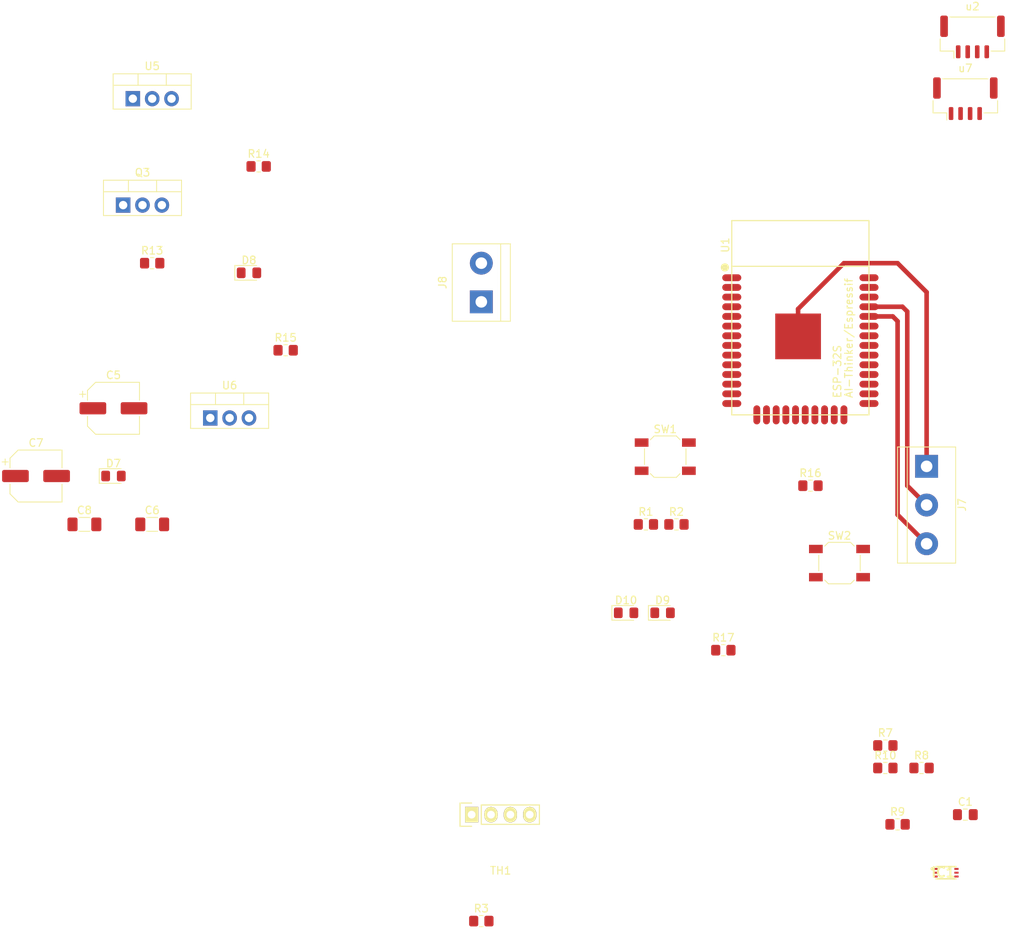
<source format=kicad_pcb>
(kicad_pcb (version 20171130) (host pcbnew "(5.1.12)-1")

  (general
    (thickness 1.6)
    (drawings 0)
    (tracks 15)
    (zones 0)
    (modules 33)
    (nets 22)
  )

  (page A4)
  (layers
    (0 F.Cu signal)
    (31 B.Cu signal)
    (32 B.Adhes user)
    (33 F.Adhes user)
    (34 B.Paste user)
    (35 F.Paste user)
    (36 B.SilkS user)
    (37 F.SilkS user)
    (38 B.Mask user)
    (39 F.Mask user)
    (40 Dwgs.User user)
    (41 Cmts.User user)
    (42 Eco1.User user)
    (43 Eco2.User user)
    (44 Edge.Cuts user)
    (45 Margin user)
    (46 B.CrtYd user)
    (47 F.CrtYd user)
    (48 B.Fab user)
    (49 F.Fab user)
  )

  (setup
    (last_trace_width 0.6)
    (user_trace_width 0.6)
    (user_trace_width 1)
    (trace_clearance 0.2)
    (zone_clearance 0.508)
    (zone_45_only no)
    (trace_min 0.2)
    (via_size 0.8)
    (via_drill 0.4)
    (via_min_size 0.4)
    (via_min_drill 0.3)
    (user_via 1 0.6)
    (uvia_size 0.3)
    (uvia_drill 0.1)
    (uvias_allowed no)
    (uvia_min_size 0.2)
    (uvia_min_drill 0.1)
    (edge_width 0.05)
    (segment_width 0.2)
    (pcb_text_width 0.3)
    (pcb_text_size 1.5 1.5)
    (mod_edge_width 0.12)
    (mod_text_size 1 1)
    (mod_text_width 0.15)
    (pad_size 1.524 1.524)
    (pad_drill 0.762)
    (pad_to_mask_clearance 0)
    (aux_axis_origin 0 0)
    (visible_elements 7FFFFFFF)
    (pcbplotparams
      (layerselection 0x010fc_ffffffff)
      (usegerberextensions false)
      (usegerberattributes true)
      (usegerberadvancedattributes true)
      (creategerberjobfile true)
      (excludeedgelayer true)
      (linewidth 0.100000)
      (plotframeref false)
      (viasonmask false)
      (mode 1)
      (useauxorigin false)
      (hpglpennumber 1)
      (hpglpenspeed 20)
      (hpglpendiameter 15.000000)
      (psnegative false)
      (psa4output false)
      (plotreference true)
      (plotvalue true)
      (plotinvisibletext false)
      (padsonsilk false)
      (subtractmaskfromsilk false)
      (outputformat 1)
      (mirror false)
      (drillshape 1)
      (scaleselection 1)
      (outputdirectory ""))
  )

  (net 0 "")
  (net 1 "Net-(R1-Pad2)")
  (net 2 +3V3)
  (net 3 "Net-(R2-Pad2)")
  (net 4 GND)
  (net 5 "Net-(D8-Pad2)")
  (net 6 "Net-(C1-Pad1)")
  (net 7 /BH1750/ADDR)
  (net 8 +5V)
  (net 9 "Net-(J7-Pad3)")
  (net 10 "Net-(J7-Pad2)")
  (net 11 "Net-(C5-Pad1)")
  (net 12 /Sheet61A8C81E/12v)
  (net 13 "Net-(D7-Pad2)")
  (net 14 "Net-(D9-Pad2)")
  (net 15 "Net-(D10-Pad2)")
  (net 16 "Net-(D10-Pad1)")
  (net 17 IO32)
  (net 18 IO33)
  (net 19 IO2)
  (net 20 IO14)
  (net 21 IO12)

  (net_class Default "This is the default net class."
    (clearance 0.2)
    (trace_width 0.25)
    (via_dia 0.8)
    (via_drill 0.4)
    (uvia_dia 0.3)
    (uvia_drill 0.1)
    (add_net +3V3)
    (add_net +5V)
    (add_net /BH1750/ADDR)
    (add_net /Sheet61A8C81E/12v)
    (add_net GND)
    (add_net IO12)
    (add_net IO14)
    (add_net IO2)
    (add_net IO32)
    (add_net IO33)
    (add_net "Net-(C1-Pad1)")
    (add_net "Net-(C5-Pad1)")
    (add_net "Net-(D10-Pad1)")
    (add_net "Net-(D10-Pad2)")
    (add_net "Net-(D7-Pad2)")
    (add_net "Net-(D8-Pad2)")
    (add_net "Net-(D9-Pad2)")
    (add_net "Net-(J7-Pad2)")
    (add_net "Net-(J7-Pad3)")
    (add_net "Net-(R1-Pad2)")
    (add_net "Net-(R2-Pad2)")
    (add_net "Net-(U1-Pad17)")
    (add_net "Net-(U1-Pad18)")
    (add_net "Net-(U1-Pad19)")
    (add_net "Net-(U1-Pad20)")
    (add_net "Net-(U1-Pad21)")
    (add_net "Net-(U1-Pad22)")
    (add_net "Net-(U1-Pad23)")
    (add_net "Net-(U1-Pad26)")
    (add_net "Net-(U1-Pad27)")
    (add_net "Net-(U1-Pad28)")
    (add_net "Net-(U1-Pad29)")
    (add_net "Net-(U1-Pad30)")
    (add_net "Net-(U1-Pad31)")
    (add_net "Net-(U1-Pad32)")
    (add_net "Net-(U1-Pad33)")
    (add_net "Net-(U1-Pad36)")
    (add_net "Net-(U1-Pad37)")
    (add_net "Net-(U1-Pad38)")
    (add_net "Net-(u2-Pad2)")
    (add_net "Net-(u7-Pad2)")
  )

  (module TerminalBlock:TerminalBlock_bornier-3_P5.08mm (layer F.Cu) (tedit 59FF03B9) (tstamp 61BAA3B8)
    (at 241.3 102.87 270)
    (descr "simple 3-pin terminal block, pitch 5.08mm, revamped version of bornier3")
    (tags "terminal block bornier3")
    (path /61BBC590)
    (fp_text reference J7 (at 5.05 -4.65 90) (layer F.SilkS)
      (effects (font (size 1 1) (thickness 0.15)))
    )
    (fp_text value Screw_Terminal_01x03 (at 5.08 5.08 90) (layer F.Fab)
      (effects (font (size 1 1) (thickness 0.15)))
    )
    (fp_line (start -2.47 2.55) (end 12.63 2.55) (layer F.Fab) (width 0.1))
    (fp_line (start -2.47 -3.75) (end 12.63 -3.75) (layer F.Fab) (width 0.1))
    (fp_line (start 12.63 -3.75) (end 12.63 3.75) (layer F.Fab) (width 0.1))
    (fp_line (start 12.63 3.75) (end -2.47 3.75) (layer F.Fab) (width 0.1))
    (fp_line (start -2.47 3.75) (end -2.47 -3.75) (layer F.Fab) (width 0.1))
    (fp_line (start -2.54 3.81) (end -2.54 -3.81) (layer F.SilkS) (width 0.12))
    (fp_line (start 12.7 3.81) (end 12.7 -3.81) (layer F.SilkS) (width 0.12))
    (fp_line (start -2.54 2.54) (end 12.7 2.54) (layer F.SilkS) (width 0.12))
    (fp_line (start -2.54 -3.81) (end 12.7 -3.81) (layer F.SilkS) (width 0.12))
    (fp_line (start -2.54 3.81) (end 12.7 3.81) (layer F.SilkS) (width 0.12))
    (fp_line (start -2.72 -4) (end 12.88 -4) (layer F.CrtYd) (width 0.05))
    (fp_line (start -2.72 -4) (end -2.72 4) (layer F.CrtYd) (width 0.05))
    (fp_line (start 12.88 4) (end 12.88 -4) (layer F.CrtYd) (width 0.05))
    (fp_line (start 12.88 4) (end -2.72 4) (layer F.CrtYd) (width 0.05))
    (fp_text user %R (at 5.08 0 90) (layer F.Fab)
      (effects (font (size 1 1) (thickness 0.15)))
    )
    (pad 3 thru_hole circle (at 10.16 0 270) (size 3 3) (drill 1.52) (layers *.Cu *.Mask)
      (net 9 "Net-(J7-Pad3)"))
    (pad 2 thru_hole circle (at 5.08 0 270) (size 3 3) (drill 1.52) (layers *.Cu *.Mask)
      (net 10 "Net-(J7-Pad2)"))
    (pad 1 thru_hole rect (at 0 0 270) (size 3 3) (drill 1.52) (layers *.Cu *.Mask)
      (net 4 GND))
    (model ${KISYS3DMOD}/TerminalBlock.3dshapes/TerminalBlock_bornier-3_P5.08mm.wrl
      (offset (xyz 5.079999923706055 0 0))
      (scale (xyz 1 1 1))
      (rotate (xyz 0 0 0))
    )
  )

  (module Connector_JST:JST_GH_BM04B-GHS-TBT_1x04-1MP_P1.25mm_Vertical (layer F.Cu) (tedit 5B78AD87) (tstamp 61E0BA9D)
    (at 247.315001 46.505001)
    (descr "JST GH series connector, BM04B-GHS-TBT (http://www.jst-mfg.com/product/pdf/eng/eGH.pdf), generated with kicad-footprint-generator")
    (tags "connector JST GH side entry")
    (path /61E0EDBD/61E2ED63)
    (attr smd)
    (fp_text reference u2 (at 0 -4) (layer F.SilkS)
      (effects (font (size 1 1) (thickness 0.15)))
    )
    (fp_text value Conn_01x04_Male (at 0 4) (layer F.Fab)
      (effects (font (size 1 1) (thickness 0.15)))
    )
    (fp_text user %R (at 0 -1.5) (layer F.Fab)
      (effects (font (size 1 1) (thickness 0.15)))
    )
    (fp_line (start -4.125 1.75) (end 4.125 1.75) (layer F.Fab) (width 0.1))
    (fp_line (start -4.235 0.26) (end -4.235 1.86) (layer F.SilkS) (width 0.12))
    (fp_line (start -4.235 1.86) (end -2.435 1.86) (layer F.SilkS) (width 0.12))
    (fp_line (start -2.435 1.86) (end -2.435 2.8) (layer F.SilkS) (width 0.12))
    (fp_line (start 4.235 0.26) (end 4.235 1.86) (layer F.SilkS) (width 0.12))
    (fp_line (start 4.235 1.86) (end 2.435 1.86) (layer F.SilkS) (width 0.12))
    (fp_line (start -2.965 -2.61) (end 2.965 -2.61) (layer F.SilkS) (width 0.12))
    (fp_line (start -4.125 -2.5) (end 4.125 -2.5) (layer F.Fab) (width 0.1))
    (fp_line (start -4.125 1.75) (end -4.125 -2.5) (layer F.Fab) (width 0.1))
    (fp_line (start 4.125 1.75) (end 4.125 -2.5) (layer F.Fab) (width 0.1))
    (fp_line (start -2.125 -0.5) (end -2.125 0) (layer F.Fab) (width 0.1))
    (fp_line (start -2.125 0) (end -1.625 0) (layer F.Fab) (width 0.1))
    (fp_line (start -1.625 0) (end -1.625 -0.5) (layer F.Fab) (width 0.1))
    (fp_line (start -1.625 -0.5) (end -2.125 -0.5) (layer F.Fab) (width 0.1))
    (fp_line (start -0.875 -0.5) (end -0.875 0) (layer F.Fab) (width 0.1))
    (fp_line (start -0.875 0) (end -0.375 0) (layer F.Fab) (width 0.1))
    (fp_line (start -0.375 0) (end -0.375 -0.5) (layer F.Fab) (width 0.1))
    (fp_line (start -0.375 -0.5) (end -0.875 -0.5) (layer F.Fab) (width 0.1))
    (fp_line (start 0.375 -0.5) (end 0.375 0) (layer F.Fab) (width 0.1))
    (fp_line (start 0.375 0) (end 0.875 0) (layer F.Fab) (width 0.1))
    (fp_line (start 0.875 0) (end 0.875 -0.5) (layer F.Fab) (width 0.1))
    (fp_line (start 0.875 -0.5) (end 0.375 -0.5) (layer F.Fab) (width 0.1))
    (fp_line (start 1.625 -0.5) (end 1.625 0) (layer F.Fab) (width 0.1))
    (fp_line (start 1.625 0) (end 2.125 0) (layer F.Fab) (width 0.1))
    (fp_line (start 2.125 0) (end 2.125 -0.5) (layer F.Fab) (width 0.1))
    (fp_line (start 2.125 -0.5) (end 1.625 -0.5) (layer F.Fab) (width 0.1))
    (fp_line (start -4.72 -3.3) (end -4.72 3.3) (layer F.CrtYd) (width 0.05))
    (fp_line (start -4.72 3.3) (end 4.72 3.3) (layer F.CrtYd) (width 0.05))
    (fp_line (start 4.72 3.3) (end 4.72 -3.3) (layer F.CrtYd) (width 0.05))
    (fp_line (start 4.72 -3.3) (end -4.72 -3.3) (layer F.CrtYd) (width 0.05))
    (fp_line (start -2.375 1.75) (end -1.875 1.042893) (layer F.Fab) (width 0.1))
    (fp_line (start -1.875 1.042893) (end -1.375 1.75) (layer F.Fab) (width 0.1))
    (pad MP smd roundrect (at 3.725 -1.4) (size 1 2.8) (layers F.Cu F.Paste F.Mask) (roundrect_rratio 0.25))
    (pad MP smd roundrect (at -3.725 -1.4) (size 1 2.8) (layers F.Cu F.Paste F.Mask) (roundrect_rratio 0.25))
    (pad 4 smd roundrect (at 1.875 1.95) (size 0.6 1.7) (layers F.Cu F.Paste F.Mask) (roundrect_rratio 0.25)
      (net 8 +5V))
    (pad 3 smd roundrect (at 0.625 1.95) (size 0.6 1.7) (layers F.Cu F.Paste F.Mask) (roundrect_rratio 0.25)
      (net 21 IO12))
    (pad 2 smd roundrect (at -0.625 1.95) (size 0.6 1.7) (layers F.Cu F.Paste F.Mask) (roundrect_rratio 0.25))
    (pad 1 smd roundrect (at -1.875 1.95) (size 0.6 1.7) (layers F.Cu F.Paste F.Mask) (roundrect_rratio 0.25)
      (net 4 GND))
    (model ${KISYS3DMOD}/Connector_JST.3dshapes/JST_GH_BM04B-GHS-TBT_1x04-1MP_P1.25mm_Vertical.wrl
      (at (xyz 0 0 0))
      (scale (xyz 1 1 1))
      (rotate (xyz 0 0 0))
    )
  )

  (module Connector_JST:JST_GH_BM04B-GHS-TBT_1x04-1MP_P1.25mm_Vertical (layer F.Cu) (tedit 5B78AD87) (tstamp 61E0AF15)
    (at 246.38 54.61)
    (descr "JST GH series connector, BM04B-GHS-TBT (http://www.jst-mfg.com/product/pdf/eng/eGH.pdf), generated with kicad-footprint-generator")
    (tags "connector JST GH side entry")
    (path /61A90AD5/61E262EF)
    (attr smd)
    (fp_text reference u7 (at 0 -4) (layer F.SilkS)
      (effects (font (size 1 1) (thickness 0.15)))
    )
    (fp_text value Conn_01x04_Male (at 0 4) (layer F.Fab)
      (effects (font (size 1 1) (thickness 0.15)))
    )
    (fp_text user %R (at 0 -1.5) (layer F.Fab)
      (effects (font (size 1 1) (thickness 0.15)))
    )
    (fp_line (start -4.125 1.75) (end 4.125 1.75) (layer F.Fab) (width 0.1))
    (fp_line (start -4.235 0.26) (end -4.235 1.86) (layer F.SilkS) (width 0.12))
    (fp_line (start -4.235 1.86) (end -2.435 1.86) (layer F.SilkS) (width 0.12))
    (fp_line (start -2.435 1.86) (end -2.435 2.8) (layer F.SilkS) (width 0.12))
    (fp_line (start 4.235 0.26) (end 4.235 1.86) (layer F.SilkS) (width 0.12))
    (fp_line (start 4.235 1.86) (end 2.435 1.86) (layer F.SilkS) (width 0.12))
    (fp_line (start -2.965 -2.61) (end 2.965 -2.61) (layer F.SilkS) (width 0.12))
    (fp_line (start -4.125 -2.5) (end 4.125 -2.5) (layer F.Fab) (width 0.1))
    (fp_line (start -4.125 1.75) (end -4.125 -2.5) (layer F.Fab) (width 0.1))
    (fp_line (start 4.125 1.75) (end 4.125 -2.5) (layer F.Fab) (width 0.1))
    (fp_line (start -2.125 -0.5) (end -2.125 0) (layer F.Fab) (width 0.1))
    (fp_line (start -2.125 0) (end -1.625 0) (layer F.Fab) (width 0.1))
    (fp_line (start -1.625 0) (end -1.625 -0.5) (layer F.Fab) (width 0.1))
    (fp_line (start -1.625 -0.5) (end -2.125 -0.5) (layer F.Fab) (width 0.1))
    (fp_line (start -0.875 -0.5) (end -0.875 0) (layer F.Fab) (width 0.1))
    (fp_line (start -0.875 0) (end -0.375 0) (layer F.Fab) (width 0.1))
    (fp_line (start -0.375 0) (end -0.375 -0.5) (layer F.Fab) (width 0.1))
    (fp_line (start -0.375 -0.5) (end -0.875 -0.5) (layer F.Fab) (width 0.1))
    (fp_line (start 0.375 -0.5) (end 0.375 0) (layer F.Fab) (width 0.1))
    (fp_line (start 0.375 0) (end 0.875 0) (layer F.Fab) (width 0.1))
    (fp_line (start 0.875 0) (end 0.875 -0.5) (layer F.Fab) (width 0.1))
    (fp_line (start 0.875 -0.5) (end 0.375 -0.5) (layer F.Fab) (width 0.1))
    (fp_line (start 1.625 -0.5) (end 1.625 0) (layer F.Fab) (width 0.1))
    (fp_line (start 1.625 0) (end 2.125 0) (layer F.Fab) (width 0.1))
    (fp_line (start 2.125 0) (end 2.125 -0.5) (layer F.Fab) (width 0.1))
    (fp_line (start 2.125 -0.5) (end 1.625 -0.5) (layer F.Fab) (width 0.1))
    (fp_line (start -4.72 -3.3) (end -4.72 3.3) (layer F.CrtYd) (width 0.05))
    (fp_line (start -4.72 3.3) (end 4.72 3.3) (layer F.CrtYd) (width 0.05))
    (fp_line (start 4.72 3.3) (end 4.72 -3.3) (layer F.CrtYd) (width 0.05))
    (fp_line (start 4.72 -3.3) (end -4.72 -3.3) (layer F.CrtYd) (width 0.05))
    (fp_line (start -2.375 1.75) (end -1.875 1.042893) (layer F.Fab) (width 0.1))
    (fp_line (start -1.875 1.042893) (end -1.375 1.75) (layer F.Fab) (width 0.1))
    (pad MP smd roundrect (at 3.725 -1.4) (size 1 2.8) (layers F.Cu F.Paste F.Mask) (roundrect_rratio 0.25))
    (pad MP smd roundrect (at -3.725 -1.4) (size 1 2.8) (layers F.Cu F.Paste F.Mask) (roundrect_rratio 0.25))
    (pad 4 smd roundrect (at 1.875 1.95) (size 0.6 1.7) (layers F.Cu F.Paste F.Mask) (roundrect_rratio 0.25)
      (net 8 +5V))
    (pad 3 smd roundrect (at 0.625 1.95) (size 0.6 1.7) (layers F.Cu F.Paste F.Mask) (roundrect_rratio 0.25)
      (net 20 IO14))
    (pad 2 smd roundrect (at -0.625 1.95) (size 0.6 1.7) (layers F.Cu F.Paste F.Mask) (roundrect_rratio 0.25))
    (pad 1 smd roundrect (at -1.875 1.95) (size 0.6 1.7) (layers F.Cu F.Paste F.Mask) (roundrect_rratio 0.25)
      (net 4 GND))
    (model ${KISYS3DMOD}/Connector_JST.3dshapes/JST_GH_BM04B-GHS-TBT_1x04-1MP_P1.25mm_Vertical.wrl
      (at (xyz 0 0 0))
      (scale (xyz 1 1 1))
      (rotate (xyz 0 0 0))
    )
  )

  (module TerminalBlock:TerminalBlock_bornier-2_P5.08mm (layer F.Cu) (tedit 59FF03AB) (tstamp 61BEDFBD)
    (at 182.88 81.28 90)
    (descr "simple 2-pin terminal block, pitch 5.08mm, revamped version of bornier2")
    (tags "terminal block bornier2")
    (path /61A8C81F/61BB9845)
    (fp_text reference J8 (at 2.54 -5.08 90) (layer F.SilkS)
      (effects (font (size 1 1) (thickness 0.15)))
    )
    (fp_text value Screw_Terminal_01x02 (at 2.54 5.08 90) (layer F.Fab)
      (effects (font (size 1 1) (thickness 0.15)))
    )
    (fp_line (start 7.79 4) (end -2.71 4) (layer F.CrtYd) (width 0.05))
    (fp_line (start 7.79 4) (end 7.79 -4) (layer F.CrtYd) (width 0.05))
    (fp_line (start -2.71 -4) (end -2.71 4) (layer F.CrtYd) (width 0.05))
    (fp_line (start -2.71 -4) (end 7.79 -4) (layer F.CrtYd) (width 0.05))
    (fp_line (start -2.54 3.81) (end 7.62 3.81) (layer F.SilkS) (width 0.12))
    (fp_line (start -2.54 -3.81) (end -2.54 3.81) (layer F.SilkS) (width 0.12))
    (fp_line (start 7.62 -3.81) (end -2.54 -3.81) (layer F.SilkS) (width 0.12))
    (fp_line (start 7.62 3.81) (end 7.62 -3.81) (layer F.SilkS) (width 0.12))
    (fp_line (start 7.62 2.54) (end -2.54 2.54) (layer F.SilkS) (width 0.12))
    (fp_line (start 7.54 -3.75) (end -2.46 -3.75) (layer F.Fab) (width 0.1))
    (fp_line (start 7.54 3.75) (end 7.54 -3.75) (layer F.Fab) (width 0.1))
    (fp_line (start -2.46 3.75) (end 7.54 3.75) (layer F.Fab) (width 0.1))
    (fp_line (start -2.46 -3.75) (end -2.46 3.75) (layer F.Fab) (width 0.1))
    (fp_line (start -2.41 2.55) (end 7.49 2.55) (layer F.Fab) (width 0.1))
    (fp_text user %R (at 2.54 0 90) (layer F.Fab)
      (effects (font (size 1 1) (thickness 0.15)))
    )
    (pad 2 thru_hole circle (at 5.08 0 90) (size 3 3) (drill 1.52) (layers *.Cu *.Mask)
      (net 4 GND))
    (pad 1 thru_hole rect (at 0 0 90) (size 3 3) (drill 1.52) (layers *.Cu *.Mask)
      (net 12 /Sheet61A8C81E/12v))
    (model ${KISYS3DMOD}/TerminalBlock.3dshapes/TerminalBlock_bornier-2_P5.08mm.wrl
      (offset (xyz 2.539999961853027 0 0))
      (scale (xyz 1 1 1))
      (rotate (xyz 0 0 0))
    )
  )

  (module LED_SMD:LED_0805_2012Metric_Pad1.15x1.40mm_HandSolder (layer F.Cu) (tedit 5F68FEF1) (tstamp 61BEDE40)
    (at 201.870001 122.100001)
    (descr "LED SMD 0805 (2012 Metric), square (rectangular) end terminal, IPC_7351 nominal, (Body size source: https://docs.google.com/spreadsheets/d/1BsfQQcO9C6DZCsRaXUlFlo91Tg2WpOkGARC1WS5S8t0/edit?usp=sharing), generated with kicad-footprint-generator")
    (tags "LED handsolder")
    (path /61BB5D8E)
    (attr smd)
    (fp_text reference D10 (at 0 -1.65) (layer F.SilkS)
      (effects (font (size 1 1) (thickness 0.15)))
    )
    (fp_text value LED (at 0 1.65) (layer F.Fab)
      (effects (font (size 1 1) (thickness 0.15)))
    )
    (fp_line (start 1.85 0.95) (end -1.85 0.95) (layer F.CrtYd) (width 0.05))
    (fp_line (start 1.85 -0.95) (end 1.85 0.95) (layer F.CrtYd) (width 0.05))
    (fp_line (start -1.85 -0.95) (end 1.85 -0.95) (layer F.CrtYd) (width 0.05))
    (fp_line (start -1.85 0.95) (end -1.85 -0.95) (layer F.CrtYd) (width 0.05))
    (fp_line (start -1.86 0.96) (end 1 0.96) (layer F.SilkS) (width 0.12))
    (fp_line (start -1.86 -0.96) (end -1.86 0.96) (layer F.SilkS) (width 0.12))
    (fp_line (start 1 -0.96) (end -1.86 -0.96) (layer F.SilkS) (width 0.12))
    (fp_line (start 1 0.6) (end 1 -0.6) (layer F.Fab) (width 0.1))
    (fp_line (start -1 0.6) (end 1 0.6) (layer F.Fab) (width 0.1))
    (fp_line (start -1 -0.3) (end -1 0.6) (layer F.Fab) (width 0.1))
    (fp_line (start -0.7 -0.6) (end -1 -0.3) (layer F.Fab) (width 0.1))
    (fp_line (start 1 -0.6) (end -0.7 -0.6) (layer F.Fab) (width 0.1))
    (fp_text user %R (at 0 0) (layer F.Fab)
      (effects (font (size 0.5 0.5) (thickness 0.08)))
    )
    (pad 2 smd roundrect (at 1.025 0) (size 1.15 1.4) (layers F.Cu F.Paste F.Mask) (roundrect_rratio 0.217391)
      (net 15 "Net-(D10-Pad2)"))
    (pad 1 smd roundrect (at -1.025 0) (size 1.15 1.4) (layers F.Cu F.Paste F.Mask) (roundrect_rratio 0.217391)
      (net 16 "Net-(D10-Pad1)"))
    (model ${KISYS3DMOD}/LED_SMD.3dshapes/LED_0805_2012Metric.wrl
      (at (xyz 0 0 0))
      (scale (xyz 1 1 1))
      (rotate (xyz 0 0 0))
    )
  )

  (module LED_SMD:LED_0805_2012Metric_Pad1.15x1.40mm_HandSolder (layer F.Cu) (tedit 5F68FEF1) (tstamp 61BEDE2D)
    (at 206.660001 122.100001)
    (descr "LED SMD 0805 (2012 Metric), square (rectangular) end terminal, IPC_7351 nominal, (Body size source: https://docs.google.com/spreadsheets/d/1BsfQQcO9C6DZCsRaXUlFlo91Tg2WpOkGARC1WS5S8t0/edit?usp=sharing), generated with kicad-footprint-generator")
    (tags "LED handsolder")
    (path /61BC9643)
    (attr smd)
    (fp_text reference D9 (at 0 -1.65) (layer F.SilkS)
      (effects (font (size 1 1) (thickness 0.15)))
    )
    (fp_text value LED (at 0 1.65) (layer F.Fab)
      (effects (font (size 1 1) (thickness 0.15)))
    )
    (fp_line (start 1.85 0.95) (end -1.85 0.95) (layer F.CrtYd) (width 0.05))
    (fp_line (start 1.85 -0.95) (end 1.85 0.95) (layer F.CrtYd) (width 0.05))
    (fp_line (start -1.85 -0.95) (end 1.85 -0.95) (layer F.CrtYd) (width 0.05))
    (fp_line (start -1.85 0.95) (end -1.85 -0.95) (layer F.CrtYd) (width 0.05))
    (fp_line (start -1.86 0.96) (end 1 0.96) (layer F.SilkS) (width 0.12))
    (fp_line (start -1.86 -0.96) (end -1.86 0.96) (layer F.SilkS) (width 0.12))
    (fp_line (start 1 -0.96) (end -1.86 -0.96) (layer F.SilkS) (width 0.12))
    (fp_line (start 1 0.6) (end 1 -0.6) (layer F.Fab) (width 0.1))
    (fp_line (start -1 0.6) (end 1 0.6) (layer F.Fab) (width 0.1))
    (fp_line (start -1 -0.3) (end -1 0.6) (layer F.Fab) (width 0.1))
    (fp_line (start -0.7 -0.6) (end -1 -0.3) (layer F.Fab) (width 0.1))
    (fp_line (start 1 -0.6) (end -0.7 -0.6) (layer F.Fab) (width 0.1))
    (fp_text user %R (at 0 0) (layer F.Fab)
      (effects (font (size 0.5 0.5) (thickness 0.08)))
    )
    (pad 2 smd roundrect (at 1.025 0) (size 1.15 1.4) (layers F.Cu F.Paste F.Mask) (roundrect_rratio 0.217391)
      (net 14 "Net-(D9-Pad2)"))
    (pad 1 smd roundrect (at -1.025 0) (size 1.15 1.4) (layers F.Cu F.Paste F.Mask) (roundrect_rratio 0.217391)
      (net 2 +3V3))
    (model ${KISYS3DMOD}/LED_SMD.3dshapes/LED_0805_2012Metric.wrl
      (at (xyz 0 0 0))
      (scale (xyz 1 1 1))
      (rotate (xyz 0 0 0))
    )
  )

  (module LED_SMD:LED_0805_2012Metric_Pad1.15x1.40mm_HandSolder (layer F.Cu) (tedit 5F68FEF1) (tstamp 61BEDDF6)
    (at 134.62 104.14)
    (descr "LED SMD 0805 (2012 Metric), square (rectangular) end terminal, IPC_7351 nominal, (Body size source: https://docs.google.com/spreadsheets/d/1BsfQQcO9C6DZCsRaXUlFlo91Tg2WpOkGARC1WS5S8t0/edit?usp=sharing), generated with kicad-footprint-generator")
    (tags "LED handsolder")
    (path /61A8C81F/61A6F4A6)
    (attr smd)
    (fp_text reference D7 (at 0 -1.65) (layer F.SilkS)
      (effects (font (size 1 1) (thickness 0.15)))
    )
    (fp_text value LED (at 0 1.65) (layer F.Fab)
      (effects (font (size 1 1) (thickness 0.15)))
    )
    (fp_line (start 1.85 0.95) (end -1.85 0.95) (layer F.CrtYd) (width 0.05))
    (fp_line (start 1.85 -0.95) (end 1.85 0.95) (layer F.CrtYd) (width 0.05))
    (fp_line (start -1.85 -0.95) (end 1.85 -0.95) (layer F.CrtYd) (width 0.05))
    (fp_line (start -1.85 0.95) (end -1.85 -0.95) (layer F.CrtYd) (width 0.05))
    (fp_line (start -1.86 0.96) (end 1 0.96) (layer F.SilkS) (width 0.12))
    (fp_line (start -1.86 -0.96) (end -1.86 0.96) (layer F.SilkS) (width 0.12))
    (fp_line (start 1 -0.96) (end -1.86 -0.96) (layer F.SilkS) (width 0.12))
    (fp_line (start 1 0.6) (end 1 -0.6) (layer F.Fab) (width 0.1))
    (fp_line (start -1 0.6) (end 1 0.6) (layer F.Fab) (width 0.1))
    (fp_line (start -1 -0.3) (end -1 0.6) (layer F.Fab) (width 0.1))
    (fp_line (start -0.7 -0.6) (end -1 -0.3) (layer F.Fab) (width 0.1))
    (fp_line (start 1 -0.6) (end -0.7 -0.6) (layer F.Fab) (width 0.1))
    (fp_text user %R (at 0 0) (layer F.Fab)
      (effects (font (size 0.5 0.5) (thickness 0.08)))
    )
    (pad 2 smd roundrect (at 1.025 0) (size 1.15 1.4) (layers F.Cu F.Paste F.Mask) (roundrect_rratio 0.217391)
      (net 13 "Net-(D7-Pad2)"))
    (pad 1 smd roundrect (at -1.025 0) (size 1.15 1.4) (layers F.Cu F.Paste F.Mask) (roundrect_rratio 0.217391)
      (net 4 GND))
    (model ${KISYS3DMOD}/LED_SMD.3dshapes/LED_0805_2012Metric.wrl
      (at (xyz 0 0 0))
      (scale (xyz 1 1 1))
      (rotate (xyz 0 0 0))
    )
  )

  (module Capacitor_SMD:C_1206_3216Metric_Pad1.33x1.80mm_HandSolder (layer F.Cu) (tedit 5F68FEEF) (tstamp 61BEDD0C)
    (at 130.81 110.49)
    (descr "Capacitor SMD 1206 (3216 Metric), square (rectangular) end terminal, IPC_7351 nominal with elongated pad for handsoldering. (Body size source: IPC-SM-782 page 76, https://www.pcb-3d.com/wordpress/wp-content/uploads/ipc-sm-782a_amendment_1_and_2.pdf), generated with kicad-footprint-generator")
    (tags "capacitor handsolder")
    (path /61A8C81F/61A87590)
    (attr smd)
    (fp_text reference C8 (at 0 -1.85) (layer F.SilkS)
      (effects (font (size 1 1) (thickness 0.15)))
    )
    (fp_text value 10u (at 0 1.85) (layer F.Fab)
      (effects (font (size 1 1) (thickness 0.15)))
    )
    (fp_line (start 2.48 1.15) (end -2.48 1.15) (layer F.CrtYd) (width 0.05))
    (fp_line (start 2.48 -1.15) (end 2.48 1.15) (layer F.CrtYd) (width 0.05))
    (fp_line (start -2.48 -1.15) (end 2.48 -1.15) (layer F.CrtYd) (width 0.05))
    (fp_line (start -2.48 1.15) (end -2.48 -1.15) (layer F.CrtYd) (width 0.05))
    (fp_line (start -0.711252 0.91) (end 0.711252 0.91) (layer F.SilkS) (width 0.12))
    (fp_line (start -0.711252 -0.91) (end 0.711252 -0.91) (layer F.SilkS) (width 0.12))
    (fp_line (start 1.6 0.8) (end -1.6 0.8) (layer F.Fab) (width 0.1))
    (fp_line (start 1.6 -0.8) (end 1.6 0.8) (layer F.Fab) (width 0.1))
    (fp_line (start -1.6 -0.8) (end 1.6 -0.8) (layer F.Fab) (width 0.1))
    (fp_line (start -1.6 0.8) (end -1.6 -0.8) (layer F.Fab) (width 0.1))
    (fp_text user %R (at 0 0) (layer F.Fab)
      (effects (font (size 0.8 0.8) (thickness 0.12)))
    )
    (pad 2 smd roundrect (at 1.5625 0) (size 1.325 1.8) (layers F.Cu F.Paste F.Mask) (roundrect_rratio 0.188679)
      (net 4 GND))
    (pad 1 smd roundrect (at -1.5625 0) (size 1.325 1.8) (layers F.Cu F.Paste F.Mask) (roundrect_rratio 0.188679)
      (net 2 +3V3))
    (model ${KISYS3DMOD}/Capacitor_SMD.3dshapes/C_1206_3216Metric.wrl
      (at (xyz 0 0 0))
      (scale (xyz 1 1 1))
      (rotate (xyz 0 0 0))
    )
  )

  (module Capacitor_SMD:CP_Elec_6.3x5.8 (layer F.Cu) (tedit 5BCA39D0) (tstamp 61BEDCFB)
    (at 124.46 104.14)
    (descr "SMD capacitor, aluminum electrolytic, Nichicon, 6.3x5.8mm")
    (tags "capacitor electrolytic")
    (path /61A8C81F/61A6675D)
    (attr smd)
    (fp_text reference C7 (at 0 -4.35) (layer F.SilkS)
      (effects (font (size 1 1) (thickness 0.15)))
    )
    (fp_text value 100u (at 0 4.35) (layer F.Fab)
      (effects (font (size 1 1) (thickness 0.15)))
    )
    (fp_line (start -4.7 1.05) (end -3.55 1.05) (layer F.CrtYd) (width 0.05))
    (fp_line (start -4.7 -1.05) (end -4.7 1.05) (layer F.CrtYd) (width 0.05))
    (fp_line (start -3.55 -1.05) (end -4.7 -1.05) (layer F.CrtYd) (width 0.05))
    (fp_line (start -3.55 1.05) (end -3.55 2.4) (layer F.CrtYd) (width 0.05))
    (fp_line (start -3.55 -2.4) (end -3.55 -1.05) (layer F.CrtYd) (width 0.05))
    (fp_line (start -3.55 -2.4) (end -2.4 -3.55) (layer F.CrtYd) (width 0.05))
    (fp_line (start -3.55 2.4) (end -2.4 3.55) (layer F.CrtYd) (width 0.05))
    (fp_line (start -2.4 -3.55) (end 3.55 -3.55) (layer F.CrtYd) (width 0.05))
    (fp_line (start -2.4 3.55) (end 3.55 3.55) (layer F.CrtYd) (width 0.05))
    (fp_line (start 3.55 1.05) (end 3.55 3.55) (layer F.CrtYd) (width 0.05))
    (fp_line (start 4.7 1.05) (end 3.55 1.05) (layer F.CrtYd) (width 0.05))
    (fp_line (start 4.7 -1.05) (end 4.7 1.05) (layer F.CrtYd) (width 0.05))
    (fp_line (start 3.55 -1.05) (end 4.7 -1.05) (layer F.CrtYd) (width 0.05))
    (fp_line (start 3.55 -3.55) (end 3.55 -1.05) (layer F.CrtYd) (width 0.05))
    (fp_line (start -4.04375 -2.24125) (end -4.04375 -1.45375) (layer F.SilkS) (width 0.12))
    (fp_line (start -4.4375 -1.8475) (end -3.65 -1.8475) (layer F.SilkS) (width 0.12))
    (fp_line (start -3.41 2.345563) (end -2.345563 3.41) (layer F.SilkS) (width 0.12))
    (fp_line (start -3.41 -2.345563) (end -2.345563 -3.41) (layer F.SilkS) (width 0.12))
    (fp_line (start -3.41 -2.345563) (end -3.41 -1.06) (layer F.SilkS) (width 0.12))
    (fp_line (start -3.41 2.345563) (end -3.41 1.06) (layer F.SilkS) (width 0.12))
    (fp_line (start -2.345563 3.41) (end 3.41 3.41) (layer F.SilkS) (width 0.12))
    (fp_line (start -2.345563 -3.41) (end 3.41 -3.41) (layer F.SilkS) (width 0.12))
    (fp_line (start 3.41 -3.41) (end 3.41 -1.06) (layer F.SilkS) (width 0.12))
    (fp_line (start 3.41 3.41) (end 3.41 1.06) (layer F.SilkS) (width 0.12))
    (fp_line (start -2.389838 -1.645) (end -2.389838 -1.015) (layer F.Fab) (width 0.1))
    (fp_line (start -2.704838 -1.33) (end -2.074838 -1.33) (layer F.Fab) (width 0.1))
    (fp_line (start -3.3 2.3) (end -2.3 3.3) (layer F.Fab) (width 0.1))
    (fp_line (start -3.3 -2.3) (end -2.3 -3.3) (layer F.Fab) (width 0.1))
    (fp_line (start -3.3 -2.3) (end -3.3 2.3) (layer F.Fab) (width 0.1))
    (fp_line (start -2.3 3.3) (end 3.3 3.3) (layer F.Fab) (width 0.1))
    (fp_line (start -2.3 -3.3) (end 3.3 -3.3) (layer F.Fab) (width 0.1))
    (fp_line (start 3.3 -3.3) (end 3.3 3.3) (layer F.Fab) (width 0.1))
    (fp_circle (center 0 0) (end 3.15 0) (layer F.Fab) (width 0.1))
    (fp_text user %R (at 0 0) (layer F.Fab)
      (effects (font (size 1 1) (thickness 0.15)))
    )
    (pad 2 smd roundrect (at 2.7 0) (size 3.5 1.6) (layers F.Cu F.Paste F.Mask) (roundrect_rratio 0.15625)
      (net 4 GND))
    (pad 1 smd roundrect (at -2.7 0) (size 3.5 1.6) (layers F.Cu F.Paste F.Mask) (roundrect_rratio 0.15625)
      (net 8 +5V))
    (model ${KISYS3DMOD}/Capacitor_SMD.3dshapes/CP_Elec_6.3x5.8.wrl
      (at (xyz 0 0 0))
      (scale (xyz 1 1 1))
      (rotate (xyz 0 0 0))
    )
  )

  (module Capacitor_SMD:C_1206_3216Metric_Pad1.33x1.80mm_HandSolder (layer F.Cu) (tedit 5F68FEEF) (tstamp 61BEDCD3)
    (at 139.7 110.49)
    (descr "Capacitor SMD 1206 (3216 Metric), square (rectangular) end terminal, IPC_7351 nominal with elongated pad for handsoldering. (Body size source: IPC-SM-782 page 76, https://www.pcb-3d.com/wordpress/wp-content/uploads/ipc-sm-782a_amendment_1_and_2.pdf), generated with kicad-footprint-generator")
    (tags "capacitor handsolder")
    (path /61A8C81F/61A8758A)
    (attr smd)
    (fp_text reference C6 (at 0 -1.85) (layer F.SilkS)
      (effects (font (size 1 1) (thickness 0.15)))
    )
    (fp_text value 10u (at 0 1.85) (layer F.Fab)
      (effects (font (size 1 1) (thickness 0.15)))
    )
    (fp_line (start 2.48 1.15) (end -2.48 1.15) (layer F.CrtYd) (width 0.05))
    (fp_line (start 2.48 -1.15) (end 2.48 1.15) (layer F.CrtYd) (width 0.05))
    (fp_line (start -2.48 -1.15) (end 2.48 -1.15) (layer F.CrtYd) (width 0.05))
    (fp_line (start -2.48 1.15) (end -2.48 -1.15) (layer F.CrtYd) (width 0.05))
    (fp_line (start -0.711252 0.91) (end 0.711252 0.91) (layer F.SilkS) (width 0.12))
    (fp_line (start -0.711252 -0.91) (end 0.711252 -0.91) (layer F.SilkS) (width 0.12))
    (fp_line (start 1.6 0.8) (end -1.6 0.8) (layer F.Fab) (width 0.1))
    (fp_line (start 1.6 -0.8) (end 1.6 0.8) (layer F.Fab) (width 0.1))
    (fp_line (start -1.6 -0.8) (end 1.6 -0.8) (layer F.Fab) (width 0.1))
    (fp_line (start -1.6 0.8) (end -1.6 -0.8) (layer F.Fab) (width 0.1))
    (fp_text user %R (at 0 0) (layer F.Fab)
      (effects (font (size 0.8 0.8) (thickness 0.12)))
    )
    (pad 2 smd roundrect (at 1.5625 0) (size 1.325 1.8) (layers F.Cu F.Paste F.Mask) (roundrect_rratio 0.188679)
      (net 4 GND))
    (pad 1 smd roundrect (at -1.5625 0) (size 1.325 1.8) (layers F.Cu F.Paste F.Mask) (roundrect_rratio 0.188679)
      (net 12 /Sheet61A8C81E/12v))
    (model ${KISYS3DMOD}/Capacitor_SMD.3dshapes/C_1206_3216Metric.wrl
      (at (xyz 0 0 0))
      (scale (xyz 1 1 1))
      (rotate (xyz 0 0 0))
    )
  )

  (module Capacitor_SMD:CP_Elec_6.3x5.8 (layer F.Cu) (tedit 5BCA39D0) (tstamp 61BEDCC2)
    (at 134.62 95.25)
    (descr "SMD capacitor, aluminum electrolytic, Nichicon, 6.3x5.8mm")
    (tags "capacitor electrolytic")
    (path /61A8C81F/61A64F42)
    (attr smd)
    (fp_text reference C5 (at 0 -4.35) (layer F.SilkS)
      (effects (font (size 1 1) (thickness 0.15)))
    )
    (fp_text value 100u (at 0 4.35) (layer F.Fab)
      (effects (font (size 1 1) (thickness 0.15)))
    )
    (fp_line (start -4.7 1.05) (end -3.55 1.05) (layer F.CrtYd) (width 0.05))
    (fp_line (start -4.7 -1.05) (end -4.7 1.05) (layer F.CrtYd) (width 0.05))
    (fp_line (start -3.55 -1.05) (end -4.7 -1.05) (layer F.CrtYd) (width 0.05))
    (fp_line (start -3.55 1.05) (end -3.55 2.4) (layer F.CrtYd) (width 0.05))
    (fp_line (start -3.55 -2.4) (end -3.55 -1.05) (layer F.CrtYd) (width 0.05))
    (fp_line (start -3.55 -2.4) (end -2.4 -3.55) (layer F.CrtYd) (width 0.05))
    (fp_line (start -3.55 2.4) (end -2.4 3.55) (layer F.CrtYd) (width 0.05))
    (fp_line (start -2.4 -3.55) (end 3.55 -3.55) (layer F.CrtYd) (width 0.05))
    (fp_line (start -2.4 3.55) (end 3.55 3.55) (layer F.CrtYd) (width 0.05))
    (fp_line (start 3.55 1.05) (end 3.55 3.55) (layer F.CrtYd) (width 0.05))
    (fp_line (start 4.7 1.05) (end 3.55 1.05) (layer F.CrtYd) (width 0.05))
    (fp_line (start 4.7 -1.05) (end 4.7 1.05) (layer F.CrtYd) (width 0.05))
    (fp_line (start 3.55 -1.05) (end 4.7 -1.05) (layer F.CrtYd) (width 0.05))
    (fp_line (start 3.55 -3.55) (end 3.55 -1.05) (layer F.CrtYd) (width 0.05))
    (fp_line (start -4.04375 -2.24125) (end -4.04375 -1.45375) (layer F.SilkS) (width 0.12))
    (fp_line (start -4.4375 -1.8475) (end -3.65 -1.8475) (layer F.SilkS) (width 0.12))
    (fp_line (start -3.41 2.345563) (end -2.345563 3.41) (layer F.SilkS) (width 0.12))
    (fp_line (start -3.41 -2.345563) (end -2.345563 -3.41) (layer F.SilkS) (width 0.12))
    (fp_line (start -3.41 -2.345563) (end -3.41 -1.06) (layer F.SilkS) (width 0.12))
    (fp_line (start -3.41 2.345563) (end -3.41 1.06) (layer F.SilkS) (width 0.12))
    (fp_line (start -2.345563 3.41) (end 3.41 3.41) (layer F.SilkS) (width 0.12))
    (fp_line (start -2.345563 -3.41) (end 3.41 -3.41) (layer F.SilkS) (width 0.12))
    (fp_line (start 3.41 -3.41) (end 3.41 -1.06) (layer F.SilkS) (width 0.12))
    (fp_line (start 3.41 3.41) (end 3.41 1.06) (layer F.SilkS) (width 0.12))
    (fp_line (start -2.389838 -1.645) (end -2.389838 -1.015) (layer F.Fab) (width 0.1))
    (fp_line (start -2.704838 -1.33) (end -2.074838 -1.33) (layer F.Fab) (width 0.1))
    (fp_line (start -3.3 2.3) (end -2.3 3.3) (layer F.Fab) (width 0.1))
    (fp_line (start -3.3 -2.3) (end -2.3 -3.3) (layer F.Fab) (width 0.1))
    (fp_line (start -3.3 -2.3) (end -3.3 2.3) (layer F.Fab) (width 0.1))
    (fp_line (start -2.3 3.3) (end 3.3 3.3) (layer F.Fab) (width 0.1))
    (fp_line (start -2.3 -3.3) (end 3.3 -3.3) (layer F.Fab) (width 0.1))
    (fp_line (start 3.3 -3.3) (end 3.3 3.3) (layer F.Fab) (width 0.1))
    (fp_circle (center 0 0) (end 3.15 0) (layer F.Fab) (width 0.1))
    (fp_text user %R (at 0 0) (layer F.Fab)
      (effects (font (size 1 1) (thickness 0.15)))
    )
    (pad 2 smd roundrect (at 2.7 0) (size 3.5 1.6) (layers F.Cu F.Paste F.Mask) (roundrect_rratio 0.15625)
      (net 4 GND))
    (pad 1 smd roundrect (at -2.7 0) (size 3.5 1.6) (layers F.Cu F.Paste F.Mask) (roundrect_rratio 0.15625)
      (net 11 "Net-(C5-Pad1)"))
    (model ${KISYS3DMOD}/Capacitor_SMD.3dshapes/CP_Elec_6.3x5.8.wrl
      (at (xyz 0 0 0))
      (scale (xyz 1 1 1))
      (rotate (xyz 0 0 0))
    )
  )

  (module Capacitor_SMD:C_0805_2012Metric_Pad1.18x1.45mm_HandSolder (layer F.Cu) (tedit 5F68FEEF) (tstamp 61BEDC9A)
    (at 246.38 148.59)
    (descr "Capacitor SMD 0805 (2012 Metric), square (rectangular) end terminal, IPC_7351 nominal with elongated pad for handsoldering. (Body size source: IPC-SM-782 page 76, https://www.pcb-3d.com/wordpress/wp-content/uploads/ipc-sm-782a_amendment_1_and_2.pdf, https://docs.google.com/spreadsheets/d/1BsfQQcO9C6DZCsRaXUlFlo91Tg2WpOkGARC1WS5S8t0/edit?usp=sharing), generated with kicad-footprint-generator")
    (tags "capacitor handsolder")
    (path /61A843AA/61A8B370)
    (attr smd)
    (fp_text reference C1 (at 0 -1.68) (layer F.SilkS)
      (effects (font (size 1 1) (thickness 0.15)))
    )
    (fp_text value 0.1uF (at 0 1.68) (layer F.Fab)
      (effects (font (size 1 1) (thickness 0.15)))
    )
    (fp_line (start 1.88 0.98) (end -1.88 0.98) (layer F.CrtYd) (width 0.05))
    (fp_line (start 1.88 -0.98) (end 1.88 0.98) (layer F.CrtYd) (width 0.05))
    (fp_line (start -1.88 -0.98) (end 1.88 -0.98) (layer F.CrtYd) (width 0.05))
    (fp_line (start -1.88 0.98) (end -1.88 -0.98) (layer F.CrtYd) (width 0.05))
    (fp_line (start -0.261252 0.735) (end 0.261252 0.735) (layer F.SilkS) (width 0.12))
    (fp_line (start -0.261252 -0.735) (end 0.261252 -0.735) (layer F.SilkS) (width 0.12))
    (fp_line (start 1 0.625) (end -1 0.625) (layer F.Fab) (width 0.1))
    (fp_line (start 1 -0.625) (end 1 0.625) (layer F.Fab) (width 0.1))
    (fp_line (start -1 -0.625) (end 1 -0.625) (layer F.Fab) (width 0.1))
    (fp_line (start -1 0.625) (end -1 -0.625) (layer F.Fab) (width 0.1))
    (fp_text user %R (at 0 0) (layer F.Fab)
      (effects (font (size 0.5 0.5) (thickness 0.08)))
    )
    (pad 2 smd roundrect (at 1.0375 0) (size 1.175 1.45) (layers F.Cu F.Paste F.Mask) (roundrect_rratio 0.212766)
      (net 4 GND))
    (pad 1 smd roundrect (at -1.0375 0) (size 1.175 1.45) (layers F.Cu F.Paste F.Mask) (roundrect_rratio 0.212766)
      (net 6 "Net-(C1-Pad1)"))
    (model ${KISYS3DMOD}/Capacitor_SMD.3dshapes/C_0805_2012Metric.wrl
      (at (xyz 0 0 0))
      (scale (xyz 1 1 1))
      (rotate (xyz 0 0 0))
    )
  )

  (module Package_TO_SOT_THT:TO-220-3_Vertical (layer F.Cu) (tedit 5AC8BA0D) (tstamp 61BAA6C3)
    (at 147.32 96.52)
    (descr "TO-220-3, Vertical, RM 2.54mm, see https://www.vishay.com/docs/66542/to-220-1.pdf")
    (tags "TO-220-3 Vertical RM 2.54mm")
    (path /61A8C81F/61A88682)
    (fp_text reference U6 (at 2.54 -4.27) (layer F.SilkS)
      (effects (font (size 1 1) (thickness 0.15)))
    )
    (fp_text value LM1117-3.3 (at 2.54 2.5) (layer F.Fab)
      (effects (font (size 1 1) (thickness 0.15)))
    )
    (fp_line (start -2.46 -3.15) (end -2.46 1.25) (layer F.Fab) (width 0.1))
    (fp_line (start -2.46 1.25) (end 7.54 1.25) (layer F.Fab) (width 0.1))
    (fp_line (start 7.54 1.25) (end 7.54 -3.15) (layer F.Fab) (width 0.1))
    (fp_line (start 7.54 -3.15) (end -2.46 -3.15) (layer F.Fab) (width 0.1))
    (fp_line (start -2.46 -1.88) (end 7.54 -1.88) (layer F.Fab) (width 0.1))
    (fp_line (start 0.69 -3.15) (end 0.69 -1.88) (layer F.Fab) (width 0.1))
    (fp_line (start 4.39 -3.15) (end 4.39 -1.88) (layer F.Fab) (width 0.1))
    (fp_line (start -2.58 -3.27) (end 7.66 -3.27) (layer F.SilkS) (width 0.12))
    (fp_line (start -2.58 1.371) (end 7.66 1.371) (layer F.SilkS) (width 0.12))
    (fp_line (start -2.58 -3.27) (end -2.58 1.371) (layer F.SilkS) (width 0.12))
    (fp_line (start 7.66 -3.27) (end 7.66 1.371) (layer F.SilkS) (width 0.12))
    (fp_line (start -2.58 -1.76) (end 7.66 -1.76) (layer F.SilkS) (width 0.12))
    (fp_line (start 0.69 -3.27) (end 0.69 -1.76) (layer F.SilkS) (width 0.12))
    (fp_line (start 4.391 -3.27) (end 4.391 -1.76) (layer F.SilkS) (width 0.12))
    (fp_line (start -2.71 -3.4) (end -2.71 1.51) (layer F.CrtYd) (width 0.05))
    (fp_line (start -2.71 1.51) (end 7.79 1.51) (layer F.CrtYd) (width 0.05))
    (fp_line (start 7.79 1.51) (end 7.79 -3.4) (layer F.CrtYd) (width 0.05))
    (fp_line (start 7.79 -3.4) (end -2.71 -3.4) (layer F.CrtYd) (width 0.05))
    (fp_text user %R (at 2.54 -4.27) (layer F.Fab)
      (effects (font (size 1 1) (thickness 0.15)))
    )
    (pad 3 thru_hole oval (at 5.08 0) (size 1.905 2) (drill 1.1) (layers *.Cu *.Mask)
      (net 12 /Sheet61A8C81E/12v))
    (pad 2 thru_hole oval (at 2.54 0) (size 1.905 2) (drill 1.1) (layers *.Cu *.Mask)
      (net 2 +3V3))
    (pad 1 thru_hole rect (at 0 0) (size 1.905 2) (drill 1.1) (layers *.Cu *.Mask)
      (net 4 GND))
    (model ${KISYS3DMOD}/Package_TO_SOT_THT.3dshapes/TO-220-3_Vertical.wrl
      (at (xyz 0 0 0))
      (scale (xyz 1 1 1))
      (rotate (xyz 0 0 0))
    )
  )

  (module Package_TO_SOT_THT:TO-220-3_Vertical (layer F.Cu) (tedit 5AC8BA0D) (tstamp 61BAA6A9)
    (at 137.16 54.61)
    (descr "TO-220-3, Vertical, RM 2.54mm, see https://www.vishay.com/docs/66542/to-220-1.pdf")
    (tags "TO-220-3 Vertical RM 2.54mm")
    (path /61A8C81F/61A72BA8)
    (fp_text reference U5 (at 2.54 -4.27) (layer F.SilkS)
      (effects (font (size 1 1) (thickness 0.15)))
    )
    (fp_text value LM7805_TO220 (at 2.54 2.5) (layer F.Fab)
      (effects (font (size 1 1) (thickness 0.15)))
    )
    (fp_line (start -2.46 -3.15) (end -2.46 1.25) (layer F.Fab) (width 0.1))
    (fp_line (start -2.46 1.25) (end 7.54 1.25) (layer F.Fab) (width 0.1))
    (fp_line (start 7.54 1.25) (end 7.54 -3.15) (layer F.Fab) (width 0.1))
    (fp_line (start 7.54 -3.15) (end -2.46 -3.15) (layer F.Fab) (width 0.1))
    (fp_line (start -2.46 -1.88) (end 7.54 -1.88) (layer F.Fab) (width 0.1))
    (fp_line (start 0.69 -3.15) (end 0.69 -1.88) (layer F.Fab) (width 0.1))
    (fp_line (start 4.39 -3.15) (end 4.39 -1.88) (layer F.Fab) (width 0.1))
    (fp_line (start -2.58 -3.27) (end 7.66 -3.27) (layer F.SilkS) (width 0.12))
    (fp_line (start -2.58 1.371) (end 7.66 1.371) (layer F.SilkS) (width 0.12))
    (fp_line (start -2.58 -3.27) (end -2.58 1.371) (layer F.SilkS) (width 0.12))
    (fp_line (start 7.66 -3.27) (end 7.66 1.371) (layer F.SilkS) (width 0.12))
    (fp_line (start -2.58 -1.76) (end 7.66 -1.76) (layer F.SilkS) (width 0.12))
    (fp_line (start 0.69 -3.27) (end 0.69 -1.76) (layer F.SilkS) (width 0.12))
    (fp_line (start 4.391 -3.27) (end 4.391 -1.76) (layer F.SilkS) (width 0.12))
    (fp_line (start -2.71 -3.4) (end -2.71 1.51) (layer F.CrtYd) (width 0.05))
    (fp_line (start -2.71 1.51) (end 7.79 1.51) (layer F.CrtYd) (width 0.05))
    (fp_line (start 7.79 1.51) (end 7.79 -3.4) (layer F.CrtYd) (width 0.05))
    (fp_line (start 7.79 -3.4) (end -2.71 -3.4) (layer F.CrtYd) (width 0.05))
    (fp_text user %R (at 2.54 -4.27) (layer F.Fab)
      (effects (font (size 1 1) (thickness 0.15)))
    )
    (pad 3 thru_hole oval (at 5.08 0) (size 1.905 2) (drill 1.1) (layers *.Cu *.Mask)
      (net 8 +5V))
    (pad 2 thru_hole oval (at 2.54 0) (size 1.905 2) (drill 1.1) (layers *.Cu *.Mask)
      (net 4 GND))
    (pad 1 thru_hole rect (at 0 0) (size 1.905 2) (drill 1.1) (layers *.Cu *.Mask)
      (net 11 "Net-(C5-Pad1)"))
    (model ${KISYS3DMOD}/Package_TO_SOT_THT.3dshapes/TO-220-3_Vertical.wrl
      (at (xyz 0 0 0))
      (scale (xyz 1 1 1))
      (rotate (xyz 0 0 0))
    )
  )

  (module Sensors:DHT22_Temperature_Humidity (layer F.Cu) (tedit 570580B0) (tstamp 61BAA5E0)
    (at 185.42 148.59)
    (path /61A137FE/61A00323)
    (fp_text reference TH1 (at 0 7.35) (layer F.SilkS)
      (effects (font (size 1 1) (thickness 0.15)))
    )
    (fp_text value DHT22_Temperature_Humidity (at 0 5.445) (layer F.Fab)
      (effects (font (size 1 1) (thickness 0.15)))
    )
    (fp_line (start -2.54 1.27) (end -2.54 -1.27) (layer F.SilkS) (width 0.15))
    (fp_line (start 5.08 1.27) (end -2.54 1.27) (layer F.SilkS) (width 0.15))
    (fp_line (start 5.08 -1.27) (end 5.08 1.27) (layer F.SilkS) (width 0.15))
    (fp_line (start -2.54 -1.27) (end 5.08 -1.27) (layer F.SilkS) (width 0.15))
    (fp_line (start -5.334 1.524) (end -3.81 1.524) (layer F.SilkS) (width 0.15))
    (fp_line (start -5.334 -1.524) (end -5.334 1.524) (layer F.SilkS) (width 0.15))
    (fp_line (start -3.81 -1.524) (end -5.334 -1.524) (layer F.SilkS) (width 0.15))
    (fp_line (start -7.62 4.3) (end 7.62 4.3) (layer B.CrtYd) (width 0.15))
    (fp_line (start -7.62 -3.3) (end -7.62 4.3) (layer B.CrtYd) (width 0.15))
    (fp_line (start 7.62 -3.3) (end 7.62 4.3) (layer B.CrtYd) (width 0.15))
    (fp_line (start -7.62 -3.3) (end 7.62 -3.3) (layer B.CrtYd) (width 0.15))
    (fp_line (start -7.62 -2) (end 7.62 -2) (layer B.CrtYd) (width 0.15))
    (pad 4 thru_hole oval (at 3.81 0 90) (size 2.032 1.7272) (drill 1.016) (layers *.Cu *.Mask F.SilkS)
      (net 4 GND))
    (pad 3 thru_hole oval (at 1.27 0 90) (size 2.032 1.7272) (drill 1.016) (layers *.Cu *.Mask F.SilkS))
    (pad 2 thru_hole oval (at -1.27 0 90) (size 2.032 1.7272) (drill 1.016) (layers *.Cu *.Mask F.SilkS)
      (net 19 IO2))
    (pad 1 thru_hole rect (at -3.81 0 90) (size 2.032 1.7272) (drill 1.016) (layers *.Cu *.Mask F.SilkS)
      (net 8 +5V))
  )

  (module Resistor_SMD:R_0805_2012Metric_Pad1.20x1.40mm_HandSolder (layer F.Cu) (tedit 5F68FEEE) (tstamp 61BAA4E0)
    (at 214.63 127)
    (descr "Resistor SMD 0805 (2012 Metric), square (rectangular) end terminal, IPC_7351 nominal with elongated pad for handsoldering. (Body size source: IPC-SM-782 page 72, https://www.pcb-3d.com/wordpress/wp-content/uploads/ipc-sm-782a_amendment_1_and_2.pdf), generated with kicad-footprint-generator")
    (tags "resistor handsolder")
    (path /61BC4B9D)
    (attr smd)
    (fp_text reference R17 (at 0 -1.65) (layer F.SilkS)
      (effects (font (size 1 1) (thickness 0.15)))
    )
    (fp_text value 220 (at 0 1.65) (layer F.Fab)
      (effects (font (size 1 1) (thickness 0.15)))
    )
    (fp_line (start -1 0.625) (end -1 -0.625) (layer F.Fab) (width 0.1))
    (fp_line (start -1 -0.625) (end 1 -0.625) (layer F.Fab) (width 0.1))
    (fp_line (start 1 -0.625) (end 1 0.625) (layer F.Fab) (width 0.1))
    (fp_line (start 1 0.625) (end -1 0.625) (layer F.Fab) (width 0.1))
    (fp_line (start -0.227064 -0.735) (end 0.227064 -0.735) (layer F.SilkS) (width 0.12))
    (fp_line (start -0.227064 0.735) (end 0.227064 0.735) (layer F.SilkS) (width 0.12))
    (fp_line (start -1.85 0.95) (end -1.85 -0.95) (layer F.CrtYd) (width 0.05))
    (fp_line (start -1.85 -0.95) (end 1.85 -0.95) (layer F.CrtYd) (width 0.05))
    (fp_line (start 1.85 -0.95) (end 1.85 0.95) (layer F.CrtYd) (width 0.05))
    (fp_line (start 1.85 0.95) (end -1.85 0.95) (layer F.CrtYd) (width 0.05))
    (fp_text user %R (at 0 0) (layer F.Fab)
      (effects (font (size 0.5 0.5) (thickness 0.08)))
    )
    (pad 2 smd roundrect (at 1 0) (size 1.2 1.4) (layers F.Cu F.Paste F.Mask) (roundrect_rratio 0.208333)
      (net 4 GND))
    (pad 1 smd roundrect (at -1 0) (size 1.2 1.4) (layers F.Cu F.Paste F.Mask) (roundrect_rratio 0.208333)
      (net 15 "Net-(D10-Pad2)"))
    (model ${KISYS3DMOD}/Resistor_SMD.3dshapes/R_0805_2012Metric.wrl
      (at (xyz 0 0 0))
      (scale (xyz 1 1 1))
      (rotate (xyz 0 0 0))
    )
  )

  (module Resistor_SMD:R_0805_2012Metric_Pad1.20x1.40mm_HandSolder (layer F.Cu) (tedit 5F68FEEE) (tstamp 61BAA4CF)
    (at 226.06 105.41)
    (descr "Resistor SMD 0805 (2012 Metric), square (rectangular) end terminal, IPC_7351 nominal with elongated pad for handsoldering. (Body size source: IPC-SM-782 page 72, https://www.pcb-3d.com/wordpress/wp-content/uploads/ipc-sm-782a_amendment_1_and_2.pdf), generated with kicad-footprint-generator")
    (tags "resistor handsolder")
    (path /61BC9649)
    (attr smd)
    (fp_text reference R16 (at 0 -1.65) (layer F.SilkS)
      (effects (font (size 1 1) (thickness 0.15)))
    )
    (fp_text value 220 (at 0 1.65) (layer F.Fab)
      (effects (font (size 1 1) (thickness 0.15)))
    )
    (fp_line (start -1 0.625) (end -1 -0.625) (layer F.Fab) (width 0.1))
    (fp_line (start -1 -0.625) (end 1 -0.625) (layer F.Fab) (width 0.1))
    (fp_line (start 1 -0.625) (end 1 0.625) (layer F.Fab) (width 0.1))
    (fp_line (start 1 0.625) (end -1 0.625) (layer F.Fab) (width 0.1))
    (fp_line (start -0.227064 -0.735) (end 0.227064 -0.735) (layer F.SilkS) (width 0.12))
    (fp_line (start -0.227064 0.735) (end 0.227064 0.735) (layer F.SilkS) (width 0.12))
    (fp_line (start -1.85 0.95) (end -1.85 -0.95) (layer F.CrtYd) (width 0.05))
    (fp_line (start -1.85 -0.95) (end 1.85 -0.95) (layer F.CrtYd) (width 0.05))
    (fp_line (start 1.85 -0.95) (end 1.85 0.95) (layer F.CrtYd) (width 0.05))
    (fp_line (start 1.85 0.95) (end -1.85 0.95) (layer F.CrtYd) (width 0.05))
    (fp_text user %R (at 0 0) (layer F.Fab)
      (effects (font (size 0.5 0.5) (thickness 0.08)))
    )
    (pad 2 smd roundrect (at 1 0) (size 1.2 1.4) (layers F.Cu F.Paste F.Mask) (roundrect_rratio 0.208333)
      (net 4 GND))
    (pad 1 smd roundrect (at -1 0) (size 1.2 1.4) (layers F.Cu F.Paste F.Mask) (roundrect_rratio 0.208333)
      (net 14 "Net-(D9-Pad2)"))
    (model ${KISYS3DMOD}/Resistor_SMD.3dshapes/R_0805_2012Metric.wrl
      (at (xyz 0 0 0))
      (scale (xyz 1 1 1))
      (rotate (xyz 0 0 0))
    )
  )

  (module Resistor_SMD:R_0805_2012Metric_Pad1.20x1.40mm_HandSolder (layer F.Cu) (tedit 5F68FEEE) (tstamp 61BAA4BE)
    (at 157.21 87.63)
    (descr "Resistor SMD 0805 (2012 Metric), square (rectangular) end terminal, IPC_7351 nominal with elongated pad for handsoldering. (Body size source: IPC-SM-782 page 72, https://www.pcb-3d.com/wordpress/wp-content/uploads/ipc-sm-782a_amendment_1_and_2.pdf), generated with kicad-footprint-generator")
    (tags "resistor handsolder")
    (path /61A8C81F/61A875B1)
    (attr smd)
    (fp_text reference R15 (at 0 -1.65) (layer F.SilkS)
      (effects (font (size 1 1) (thickness 0.15)))
    )
    (fp_text value 470 (at 0 1.65) (layer F.Fab)
      (effects (font (size 1 1) (thickness 0.15)))
    )
    (fp_line (start -1 0.625) (end -1 -0.625) (layer F.Fab) (width 0.1))
    (fp_line (start -1 -0.625) (end 1 -0.625) (layer F.Fab) (width 0.1))
    (fp_line (start 1 -0.625) (end 1 0.625) (layer F.Fab) (width 0.1))
    (fp_line (start 1 0.625) (end -1 0.625) (layer F.Fab) (width 0.1))
    (fp_line (start -0.227064 -0.735) (end 0.227064 -0.735) (layer F.SilkS) (width 0.12))
    (fp_line (start -0.227064 0.735) (end 0.227064 0.735) (layer F.SilkS) (width 0.12))
    (fp_line (start -1.85 0.95) (end -1.85 -0.95) (layer F.CrtYd) (width 0.05))
    (fp_line (start -1.85 -0.95) (end 1.85 -0.95) (layer F.CrtYd) (width 0.05))
    (fp_line (start 1.85 -0.95) (end 1.85 0.95) (layer F.CrtYd) (width 0.05))
    (fp_line (start 1.85 0.95) (end -1.85 0.95) (layer F.CrtYd) (width 0.05))
    (fp_text user %R (at 0 0) (layer F.Fab)
      (effects (font (size 0.5 0.5) (thickness 0.08)))
    )
    (pad 2 smd roundrect (at 1 0) (size 1.2 1.4) (layers F.Cu F.Paste F.Mask) (roundrect_rratio 0.208333)
      (net 5 "Net-(D8-Pad2)"))
    (pad 1 smd roundrect (at -1 0) (size 1.2 1.4) (layers F.Cu F.Paste F.Mask) (roundrect_rratio 0.208333)
      (net 2 +3V3))
    (model ${KISYS3DMOD}/Resistor_SMD.3dshapes/R_0805_2012Metric.wrl
      (at (xyz 0 0 0))
      (scale (xyz 1 1 1))
      (rotate (xyz 0 0 0))
    )
  )

  (module Resistor_SMD:R_0805_2012Metric_Pad1.20x1.40mm_HandSolder (layer F.Cu) (tedit 5F68FEEE) (tstamp 61BAA4AD)
    (at 153.67 63.5)
    (descr "Resistor SMD 0805 (2012 Metric), square (rectangular) end terminal, IPC_7351 nominal with elongated pad for handsoldering. (Body size source: IPC-SM-782 page 72, https://www.pcb-3d.com/wordpress/wp-content/uploads/ipc-sm-782a_amendment_1_and_2.pdf), generated with kicad-footprint-generator")
    (tags "resistor handsolder")
    (path /61A8C81F/61A71AC0)
    (attr smd)
    (fp_text reference R14 (at 0 -1.65) (layer F.SilkS)
      (effects (font (size 1 1) (thickness 0.15)))
    )
    (fp_text value 680 (at 0 1.65) (layer F.Fab)
      (effects (font (size 1 1) (thickness 0.15)))
    )
    (fp_line (start -1 0.625) (end -1 -0.625) (layer F.Fab) (width 0.1))
    (fp_line (start -1 -0.625) (end 1 -0.625) (layer F.Fab) (width 0.1))
    (fp_line (start 1 -0.625) (end 1 0.625) (layer F.Fab) (width 0.1))
    (fp_line (start 1 0.625) (end -1 0.625) (layer F.Fab) (width 0.1))
    (fp_line (start -0.227064 -0.735) (end 0.227064 -0.735) (layer F.SilkS) (width 0.12))
    (fp_line (start -0.227064 0.735) (end 0.227064 0.735) (layer F.SilkS) (width 0.12))
    (fp_line (start -1.85 0.95) (end -1.85 -0.95) (layer F.CrtYd) (width 0.05))
    (fp_line (start -1.85 -0.95) (end 1.85 -0.95) (layer F.CrtYd) (width 0.05))
    (fp_line (start 1.85 -0.95) (end 1.85 0.95) (layer F.CrtYd) (width 0.05))
    (fp_line (start 1.85 0.95) (end -1.85 0.95) (layer F.CrtYd) (width 0.05))
    (fp_text user %R (at 0 0) (layer F.Fab)
      (effects (font (size 0.5 0.5) (thickness 0.08)))
    )
    (pad 2 smd roundrect (at 1 0) (size 1.2 1.4) (layers F.Cu F.Paste F.Mask) (roundrect_rratio 0.208333)
      (net 13 "Net-(D7-Pad2)"))
    (pad 1 smd roundrect (at -1 0) (size 1.2 1.4) (layers F.Cu F.Paste F.Mask) (roundrect_rratio 0.208333)
      (net 8 +5V))
    (model ${KISYS3DMOD}/Resistor_SMD.3dshapes/R_0805_2012Metric.wrl
      (at (xyz 0 0 0))
      (scale (xyz 1 1 1))
      (rotate (xyz 0 0 0))
    )
  )

  (module Resistor_SMD:R_0805_2012Metric_Pad1.20x1.40mm_HandSolder (layer F.Cu) (tedit 5F68FEEE) (tstamp 61BAA49C)
    (at 139.7 76.2)
    (descr "Resistor SMD 0805 (2012 Metric), square (rectangular) end terminal, IPC_7351 nominal with elongated pad for handsoldering. (Body size source: IPC-SM-782 page 72, https://www.pcb-3d.com/wordpress/wp-content/uploads/ipc-sm-782a_amendment_1_and_2.pdf), generated with kicad-footprint-generator")
    (tags "resistor handsolder")
    (path /61A8C81F/61A8B0C5)
    (attr smd)
    (fp_text reference R13 (at 0 -1.65) (layer F.SilkS)
      (effects (font (size 1 1) (thickness 0.15)))
    )
    (fp_text value 2 (at 0 1.65) (layer F.Fab)
      (effects (font (size 1 1) (thickness 0.15)))
    )
    (fp_line (start -1 0.625) (end -1 -0.625) (layer F.Fab) (width 0.1))
    (fp_line (start -1 -0.625) (end 1 -0.625) (layer F.Fab) (width 0.1))
    (fp_line (start 1 -0.625) (end 1 0.625) (layer F.Fab) (width 0.1))
    (fp_line (start 1 0.625) (end -1 0.625) (layer F.Fab) (width 0.1))
    (fp_line (start -0.227064 -0.735) (end 0.227064 -0.735) (layer F.SilkS) (width 0.12))
    (fp_line (start -0.227064 0.735) (end 0.227064 0.735) (layer F.SilkS) (width 0.12))
    (fp_line (start -1.85 0.95) (end -1.85 -0.95) (layer F.CrtYd) (width 0.05))
    (fp_line (start -1.85 -0.95) (end 1.85 -0.95) (layer F.CrtYd) (width 0.05))
    (fp_line (start 1.85 -0.95) (end 1.85 0.95) (layer F.CrtYd) (width 0.05))
    (fp_line (start 1.85 0.95) (end -1.85 0.95) (layer F.CrtYd) (width 0.05))
    (fp_text user %R (at 0 0) (layer F.Fab)
      (effects (font (size 0.5 0.5) (thickness 0.08)))
    )
    (pad 2 smd roundrect (at 1 0) (size 1.2 1.4) (layers F.Cu F.Paste F.Mask) (roundrect_rratio 0.208333)
      (net 11 "Net-(C5-Pad1)"))
    (pad 1 smd roundrect (at -1 0) (size 1.2 1.4) (layers F.Cu F.Paste F.Mask) (roundrect_rratio 0.208333)
      (net 12 /Sheet61A8C81E/12v))
    (model ${KISYS3DMOD}/Resistor_SMD.3dshapes/R_0805_2012Metric.wrl
      (at (xyz 0 0 0))
      (scale (xyz 1 1 1))
      (rotate (xyz 0 0 0))
    )
  )

  (module Resistor_SMD:R_0805_2012Metric_Pad1.20x1.40mm_HandSolder (layer F.Cu) (tedit 5F68FEEE) (tstamp 61BAA47A)
    (at 235.885 142.465)
    (descr "Resistor SMD 0805 (2012 Metric), square (rectangular) end terminal, IPC_7351 nominal with elongated pad for handsoldering. (Body size source: IPC-SM-782 page 72, https://www.pcb-3d.com/wordpress/wp-content/uploads/ipc-sm-782a_amendment_1_and_2.pdf), generated with kicad-footprint-generator")
    (tags "resistor handsolder")
    (path /61A843AA/61A9346F)
    (attr smd)
    (fp_text reference R10 (at 0 -1.65) (layer F.SilkS)
      (effects (font (size 1 1) (thickness 0.15)))
    )
    (fp_text value 4.7k (at 0 1.65) (layer F.Fab)
      (effects (font (size 1 1) (thickness 0.15)))
    )
    (fp_line (start -1 0.625) (end -1 -0.625) (layer F.Fab) (width 0.1))
    (fp_line (start -1 -0.625) (end 1 -0.625) (layer F.Fab) (width 0.1))
    (fp_line (start 1 -0.625) (end 1 0.625) (layer F.Fab) (width 0.1))
    (fp_line (start 1 0.625) (end -1 0.625) (layer F.Fab) (width 0.1))
    (fp_line (start -0.227064 -0.735) (end 0.227064 -0.735) (layer F.SilkS) (width 0.12))
    (fp_line (start -0.227064 0.735) (end 0.227064 0.735) (layer F.SilkS) (width 0.12))
    (fp_line (start -1.85 0.95) (end -1.85 -0.95) (layer F.CrtYd) (width 0.05))
    (fp_line (start -1.85 -0.95) (end 1.85 -0.95) (layer F.CrtYd) (width 0.05))
    (fp_line (start 1.85 -0.95) (end 1.85 0.95) (layer F.CrtYd) (width 0.05))
    (fp_line (start 1.85 0.95) (end -1.85 0.95) (layer F.CrtYd) (width 0.05))
    (fp_text user %R (at 0 0) (layer F.Fab)
      (effects (font (size 0.5 0.5) (thickness 0.08)))
    )
    (pad 2 smd roundrect (at 1 0) (size 1.2 1.4) (layers F.Cu F.Paste F.Mask) (roundrect_rratio 0.208333)
      (net 18 IO33))
    (pad 1 smd roundrect (at -1 0) (size 1.2 1.4) (layers F.Cu F.Paste F.Mask) (roundrect_rratio 0.208333)
      (net 2 +3V3))
    (model ${KISYS3DMOD}/Resistor_SMD.3dshapes/R_0805_2012Metric.wrl
      (at (xyz 0 0 0))
      (scale (xyz 1 1 1))
      (rotate (xyz 0 0 0))
    )
  )

  (module Resistor_SMD:R_0805_2012Metric_Pad1.20x1.40mm_HandSolder (layer F.Cu) (tedit 5F68FEEE) (tstamp 61BAA469)
    (at 237.49 149.86)
    (descr "Resistor SMD 0805 (2012 Metric), square (rectangular) end terminal, IPC_7351 nominal with elongated pad for handsoldering. (Body size source: IPC-SM-782 page 72, https://www.pcb-3d.com/wordpress/wp-content/uploads/ipc-sm-782a_amendment_1_and_2.pdf), generated with kicad-footprint-generator")
    (tags "resistor handsolder")
    (path /61A843AA/61A93EDA)
    (attr smd)
    (fp_text reference R9 (at 0 -1.65) (layer F.SilkS)
      (effects (font (size 1 1) (thickness 0.15)))
    )
    (fp_text value 4.7k (at 0 1.65) (layer F.Fab)
      (effects (font (size 1 1) (thickness 0.15)))
    )
    (fp_line (start -1 0.625) (end -1 -0.625) (layer F.Fab) (width 0.1))
    (fp_line (start -1 -0.625) (end 1 -0.625) (layer F.Fab) (width 0.1))
    (fp_line (start 1 -0.625) (end 1 0.625) (layer F.Fab) (width 0.1))
    (fp_line (start 1 0.625) (end -1 0.625) (layer F.Fab) (width 0.1))
    (fp_line (start -0.227064 -0.735) (end 0.227064 -0.735) (layer F.SilkS) (width 0.12))
    (fp_line (start -0.227064 0.735) (end 0.227064 0.735) (layer F.SilkS) (width 0.12))
    (fp_line (start -1.85 0.95) (end -1.85 -0.95) (layer F.CrtYd) (width 0.05))
    (fp_line (start -1.85 -0.95) (end 1.85 -0.95) (layer F.CrtYd) (width 0.05))
    (fp_line (start 1.85 -0.95) (end 1.85 0.95) (layer F.CrtYd) (width 0.05))
    (fp_line (start 1.85 0.95) (end -1.85 0.95) (layer F.CrtYd) (width 0.05))
    (fp_text user %R (at 0 0) (layer F.Fab)
      (effects (font (size 0.5 0.5) (thickness 0.08)))
    )
    (pad 2 smd roundrect (at 1 0) (size 1.2 1.4) (layers F.Cu F.Paste F.Mask) (roundrect_rratio 0.208333)
      (net 17 IO32))
    (pad 1 smd roundrect (at -1 0) (size 1.2 1.4) (layers F.Cu F.Paste F.Mask) (roundrect_rratio 0.208333)
      (net 2 +3V3))
    (model ${KISYS3DMOD}/Resistor_SMD.3dshapes/R_0805_2012Metric.wrl
      (at (xyz 0 0 0))
      (scale (xyz 1 1 1))
      (rotate (xyz 0 0 0))
    )
  )

  (module Resistor_SMD:R_0805_2012Metric_Pad1.20x1.40mm_HandSolder (layer F.Cu) (tedit 5F68FEEE) (tstamp 61BAA458)
    (at 240.635 142.465)
    (descr "Resistor SMD 0805 (2012 Metric), square (rectangular) end terminal, IPC_7351 nominal with elongated pad for handsoldering. (Body size source: IPC-SM-782 page 72, https://www.pcb-3d.com/wordpress/wp-content/uploads/ipc-sm-782a_amendment_1_and_2.pdf), generated with kicad-footprint-generator")
    (tags "resistor handsolder")
    (path /61A843AA/61A8BE3F)
    (attr smd)
    (fp_text reference R8 (at 0 -1.65) (layer F.SilkS)
      (effects (font (size 1 1) (thickness 0.15)))
    )
    (fp_text value 4.7k (at 0 1.65) (layer F.Fab)
      (effects (font (size 1 1) (thickness 0.15)))
    )
    (fp_line (start -1 0.625) (end -1 -0.625) (layer F.Fab) (width 0.1))
    (fp_line (start -1 -0.625) (end 1 -0.625) (layer F.Fab) (width 0.1))
    (fp_line (start 1 -0.625) (end 1 0.625) (layer F.Fab) (width 0.1))
    (fp_line (start 1 0.625) (end -1 0.625) (layer F.Fab) (width 0.1))
    (fp_line (start -0.227064 -0.735) (end 0.227064 -0.735) (layer F.SilkS) (width 0.12))
    (fp_line (start -0.227064 0.735) (end 0.227064 0.735) (layer F.SilkS) (width 0.12))
    (fp_line (start -1.85 0.95) (end -1.85 -0.95) (layer F.CrtYd) (width 0.05))
    (fp_line (start -1.85 -0.95) (end 1.85 -0.95) (layer F.CrtYd) (width 0.05))
    (fp_line (start 1.85 -0.95) (end 1.85 0.95) (layer F.CrtYd) (width 0.05))
    (fp_line (start 1.85 0.95) (end -1.85 0.95) (layer F.CrtYd) (width 0.05))
    (fp_text user %R (at 0 0) (layer F.Fab)
      (effects (font (size 0.5 0.5) (thickness 0.08)))
    )
    (pad 2 smd roundrect (at 1 0) (size 1.2 1.4) (layers F.Cu F.Paste F.Mask) (roundrect_rratio 0.208333)
      (net 4 GND))
    (pad 1 smd roundrect (at -1 0) (size 1.2 1.4) (layers F.Cu F.Paste F.Mask) (roundrect_rratio 0.208333)
      (net 7 /BH1750/ADDR))
    (model ${KISYS3DMOD}/Resistor_SMD.3dshapes/R_0805_2012Metric.wrl
      (at (xyz 0 0 0))
      (scale (xyz 1 1 1))
      (rotate (xyz 0 0 0))
    )
  )

  (module Resistor_SMD:R_0805_2012Metric_Pad1.20x1.40mm_HandSolder (layer F.Cu) (tedit 5F68FEEE) (tstamp 61BAA447)
    (at 235.885 139.515)
    (descr "Resistor SMD 0805 (2012 Metric), square (rectangular) end terminal, IPC_7351 nominal with elongated pad for handsoldering. (Body size source: IPC-SM-782 page 72, https://www.pcb-3d.com/wordpress/wp-content/uploads/ipc-sm-782a_amendment_1_and_2.pdf), generated with kicad-footprint-generator")
    (tags "resistor handsolder")
    (path /61A843AA/61A8A6CD)
    (attr smd)
    (fp_text reference R7 (at 0 -1.65) (layer F.SilkS)
      (effects (font (size 1 1) (thickness 0.15)))
    )
    (fp_text value 1k (at 0 1.65) (layer F.Fab)
      (effects (font (size 1 1) (thickness 0.15)))
    )
    (fp_line (start -1 0.625) (end -1 -0.625) (layer F.Fab) (width 0.1))
    (fp_line (start -1 -0.625) (end 1 -0.625) (layer F.Fab) (width 0.1))
    (fp_line (start 1 -0.625) (end 1 0.625) (layer F.Fab) (width 0.1))
    (fp_line (start 1 0.625) (end -1 0.625) (layer F.Fab) (width 0.1))
    (fp_line (start -0.227064 -0.735) (end 0.227064 -0.735) (layer F.SilkS) (width 0.12))
    (fp_line (start -0.227064 0.735) (end 0.227064 0.735) (layer F.SilkS) (width 0.12))
    (fp_line (start -1.85 0.95) (end -1.85 -0.95) (layer F.CrtYd) (width 0.05))
    (fp_line (start -1.85 -0.95) (end 1.85 -0.95) (layer F.CrtYd) (width 0.05))
    (fp_line (start 1.85 -0.95) (end 1.85 0.95) (layer F.CrtYd) (width 0.05))
    (fp_line (start 1.85 0.95) (end -1.85 0.95) (layer F.CrtYd) (width 0.05))
    (fp_text user %R (at 0 0) (layer F.Fab)
      (effects (font (size 0.5 0.5) (thickness 0.08)))
    )
    (pad 2 smd roundrect (at 1 0) (size 1.2 1.4) (layers F.Cu F.Paste F.Mask) (roundrect_rratio 0.208333)
      (net 2 +3V3))
    (pad 1 smd roundrect (at -1 0) (size 1.2 1.4) (layers F.Cu F.Paste F.Mask) (roundrect_rratio 0.208333)
      (net 6 "Net-(C1-Pad1)"))
    (model ${KISYS3DMOD}/Resistor_SMD.3dshapes/R_0805_2012Metric.wrl
      (at (xyz 0 0 0))
      (scale (xyz 1 1 1))
      (rotate (xyz 0 0 0))
    )
  )

  (module Resistor_SMD:R_0805_2012Metric_Pad1.20x1.40mm_HandSolder (layer F.Cu) (tedit 5F68FEEE) (tstamp 61BAA403)
    (at 182.88 162.56)
    (descr "Resistor SMD 0805 (2012 Metric), square (rectangular) end terminal, IPC_7351 nominal with elongated pad for handsoldering. (Body size source: IPC-SM-782 page 72, https://www.pcb-3d.com/wordpress/wp-content/uploads/ipc-sm-782a_amendment_1_and_2.pdf), generated with kicad-footprint-generator")
    (tags "resistor handsolder")
    (path /61A137FE/61A00339)
    (attr smd)
    (fp_text reference R3 (at 0 -1.65) (layer F.SilkS)
      (effects (font (size 1 1) (thickness 0.15)))
    )
    (fp_text value 1k (at 0 1.65) (layer F.Fab)
      (effects (font (size 1 1) (thickness 0.15)))
    )
    (fp_line (start -1 0.625) (end -1 -0.625) (layer F.Fab) (width 0.1))
    (fp_line (start -1 -0.625) (end 1 -0.625) (layer F.Fab) (width 0.1))
    (fp_line (start 1 -0.625) (end 1 0.625) (layer F.Fab) (width 0.1))
    (fp_line (start 1 0.625) (end -1 0.625) (layer F.Fab) (width 0.1))
    (fp_line (start -0.227064 -0.735) (end 0.227064 -0.735) (layer F.SilkS) (width 0.12))
    (fp_line (start -0.227064 0.735) (end 0.227064 0.735) (layer F.SilkS) (width 0.12))
    (fp_line (start -1.85 0.95) (end -1.85 -0.95) (layer F.CrtYd) (width 0.05))
    (fp_line (start -1.85 -0.95) (end 1.85 -0.95) (layer F.CrtYd) (width 0.05))
    (fp_line (start 1.85 -0.95) (end 1.85 0.95) (layer F.CrtYd) (width 0.05))
    (fp_line (start 1.85 0.95) (end -1.85 0.95) (layer F.CrtYd) (width 0.05))
    (fp_text user %R (at 0 0) (layer F.Fab)
      (effects (font (size 0.5 0.5) (thickness 0.08)))
    )
    (pad 2 smd roundrect (at 1 0) (size 1.2 1.4) (layers F.Cu F.Paste F.Mask) (roundrect_rratio 0.208333)
      (net 19 IO2))
    (pad 1 smd roundrect (at -1 0) (size 1.2 1.4) (layers F.Cu F.Paste F.Mask) (roundrect_rratio 0.208333)
      (net 8 +5V))
    (model ${KISYS3DMOD}/Resistor_SMD.3dshapes/R_0805_2012Metric.wrl
      (at (xyz 0 0 0))
      (scale (xyz 1 1 1))
      (rotate (xyz 0 0 0))
    )
  )

  (module Resistor_SMD:R_0805_2012Metric_Pad1.20x1.40mm_HandSolder (layer F.Cu) (tedit 5F68FEEE) (tstamp 619F9E31)
    (at 208.48 110.49)
    (descr "Resistor SMD 0805 (2012 Metric), square (rectangular) end terminal, IPC_7351 nominal with elongated pad for handsoldering. (Body size source: IPC-SM-782 page 72, https://www.pcb-3d.com/wordpress/wp-content/uploads/ipc-sm-782a_amendment_1_and_2.pdf), generated with kicad-footprint-generator")
    (tags "resistor handsolder")
    (path /61A006CD)
    (attr smd)
    (fp_text reference R2 (at 0 -1.65) (layer F.SilkS)
      (effects (font (size 1 1) (thickness 0.15)))
    )
    (fp_text value 12K (at 0 1.65) (layer F.Fab)
      (effects (font (size 1 1) (thickness 0.15)))
    )
    (fp_line (start -1 0.625) (end -1 -0.625) (layer F.Fab) (width 0.1))
    (fp_line (start -1 -0.625) (end 1 -0.625) (layer F.Fab) (width 0.1))
    (fp_line (start 1 -0.625) (end 1 0.625) (layer F.Fab) (width 0.1))
    (fp_line (start 1 0.625) (end -1 0.625) (layer F.Fab) (width 0.1))
    (fp_line (start -0.227064 -0.735) (end 0.227064 -0.735) (layer F.SilkS) (width 0.12))
    (fp_line (start -0.227064 0.735) (end 0.227064 0.735) (layer F.SilkS) (width 0.12))
    (fp_line (start -1.85 0.95) (end -1.85 -0.95) (layer F.CrtYd) (width 0.05))
    (fp_line (start -1.85 -0.95) (end 1.85 -0.95) (layer F.CrtYd) (width 0.05))
    (fp_line (start 1.85 -0.95) (end 1.85 0.95) (layer F.CrtYd) (width 0.05))
    (fp_line (start 1.85 0.95) (end -1.85 0.95) (layer F.CrtYd) (width 0.05))
    (fp_text user %R (at 0 0) (layer F.Fab)
      (effects (font (size 0.5 0.5) (thickness 0.08)))
    )
    (pad 2 smd roundrect (at 1 0) (size 1.2 1.4) (layers F.Cu F.Paste F.Mask) (roundrect_rratio 0.208333)
      (net 3 "Net-(R2-Pad2)"))
    (pad 1 smd roundrect (at -1 0) (size 1.2 1.4) (layers F.Cu F.Paste F.Mask) (roundrect_rratio 0.208333)
      (net 2 +3V3))
    (model ${KISYS3DMOD}/Resistor_SMD.3dshapes/R_0805_2012Metric.wrl
      (at (xyz 0 0 0))
      (scale (xyz 1 1 1))
      (rotate (xyz 0 0 0))
    )
  )

  (module Resistor_SMD:R_0805_2012Metric_Pad1.20x1.40mm_HandSolder (layer F.Cu) (tedit 5F68FEEE) (tstamp 619F9E20)
    (at 204.47 110.49)
    (descr "Resistor SMD 0805 (2012 Metric), square (rectangular) end terminal, IPC_7351 nominal with elongated pad for handsoldering. (Body size source: IPC-SM-782 page 72, https://www.pcb-3d.com/wordpress/wp-content/uploads/ipc-sm-782a_amendment_1_and_2.pdf), generated with kicad-footprint-generator")
    (tags "resistor handsolder")
    (path /619FF971)
    (attr smd)
    (fp_text reference R1 (at 0 -1.65) (layer F.SilkS)
      (effects (font (size 1 1) (thickness 0.15)))
    )
    (fp_text value 12K (at 0 1.65) (layer F.Fab)
      (effects (font (size 1 1) (thickness 0.15)))
    )
    (fp_line (start -1 0.625) (end -1 -0.625) (layer F.Fab) (width 0.1))
    (fp_line (start -1 -0.625) (end 1 -0.625) (layer F.Fab) (width 0.1))
    (fp_line (start 1 -0.625) (end 1 0.625) (layer F.Fab) (width 0.1))
    (fp_line (start 1 0.625) (end -1 0.625) (layer F.Fab) (width 0.1))
    (fp_line (start -0.227064 -0.735) (end 0.227064 -0.735) (layer F.SilkS) (width 0.12))
    (fp_line (start -0.227064 0.735) (end 0.227064 0.735) (layer F.SilkS) (width 0.12))
    (fp_line (start -1.85 0.95) (end -1.85 -0.95) (layer F.CrtYd) (width 0.05))
    (fp_line (start -1.85 -0.95) (end 1.85 -0.95) (layer F.CrtYd) (width 0.05))
    (fp_line (start 1.85 -0.95) (end 1.85 0.95) (layer F.CrtYd) (width 0.05))
    (fp_line (start 1.85 0.95) (end -1.85 0.95) (layer F.CrtYd) (width 0.05))
    (fp_text user %R (at 0 0) (layer F.Fab)
      (effects (font (size 0.5 0.5) (thickness 0.08)))
    )
    (pad 2 smd roundrect (at 1 0) (size 1.2 1.4) (layers F.Cu F.Paste F.Mask) (roundrect_rratio 0.208333)
      (net 1 "Net-(R1-Pad2)"))
    (pad 1 smd roundrect (at -1 0) (size 1.2 1.4) (layers F.Cu F.Paste F.Mask) (roundrect_rratio 0.208333)
      (net 2 +3V3))
    (model ${KISYS3DMOD}/Resistor_SMD.3dshapes/R_0805_2012Metric.wrl
      (at (xyz 0 0 0))
      (scale (xyz 1 1 1))
      (rotate (xyz 0 0 0))
    )
  )

  (module Package_TO_SOT_THT:TO-220-3_Vertical (layer F.Cu) (tedit 5AC8BA0D) (tstamp 61BAA3D2)
    (at 135.89 68.58)
    (descr "TO-220-3, Vertical, RM 2.54mm, see https://www.vishay.com/docs/66542/to-220-1.pdf")
    (tags "TO-220-3 Vertical RM 2.54mm")
    (path /61A8C81F/61A8E37D)
    (fp_text reference Q3 (at 2.54 -4.27) (layer F.SilkS)
      (effects (font (size 1 1) (thickness 0.15)))
    )
    (fp_text value TIP42C (at 2.54 2.5) (layer F.Fab)
      (effects (font (size 1 1) (thickness 0.15)))
    )
    (fp_line (start -2.46 -3.15) (end -2.46 1.25) (layer F.Fab) (width 0.1))
    (fp_line (start -2.46 1.25) (end 7.54 1.25) (layer F.Fab) (width 0.1))
    (fp_line (start 7.54 1.25) (end 7.54 -3.15) (layer F.Fab) (width 0.1))
    (fp_line (start 7.54 -3.15) (end -2.46 -3.15) (layer F.Fab) (width 0.1))
    (fp_line (start -2.46 -1.88) (end 7.54 -1.88) (layer F.Fab) (width 0.1))
    (fp_line (start 0.69 -3.15) (end 0.69 -1.88) (layer F.Fab) (width 0.1))
    (fp_line (start 4.39 -3.15) (end 4.39 -1.88) (layer F.Fab) (width 0.1))
    (fp_line (start -2.58 -3.27) (end 7.66 -3.27) (layer F.SilkS) (width 0.12))
    (fp_line (start -2.58 1.371) (end 7.66 1.371) (layer F.SilkS) (width 0.12))
    (fp_line (start -2.58 -3.27) (end -2.58 1.371) (layer F.SilkS) (width 0.12))
    (fp_line (start 7.66 -3.27) (end 7.66 1.371) (layer F.SilkS) (width 0.12))
    (fp_line (start -2.58 -1.76) (end 7.66 -1.76) (layer F.SilkS) (width 0.12))
    (fp_line (start 0.69 -3.27) (end 0.69 -1.76) (layer F.SilkS) (width 0.12))
    (fp_line (start 4.391 -3.27) (end 4.391 -1.76) (layer F.SilkS) (width 0.12))
    (fp_line (start -2.71 -3.4) (end -2.71 1.51) (layer F.CrtYd) (width 0.05))
    (fp_line (start -2.71 1.51) (end 7.79 1.51) (layer F.CrtYd) (width 0.05))
    (fp_line (start 7.79 1.51) (end 7.79 -3.4) (layer F.CrtYd) (width 0.05))
    (fp_line (start 7.79 -3.4) (end -2.71 -3.4) (layer F.CrtYd) (width 0.05))
    (fp_text user %R (at 2.54 -4.27) (layer F.Fab)
      (effects (font (size 1 1) (thickness 0.15)))
    )
    (pad 3 thru_hole oval (at 5.08 0) (size 1.905 2) (drill 1.1) (layers *.Cu *.Mask)
      (net 12 /Sheet61A8C81E/12v))
    (pad 2 thru_hole oval (at 2.54 0) (size 1.905 2) (drill 1.1) (layers *.Cu *.Mask)
      (net 8 +5V))
    (pad 1 thru_hole rect (at 0 0) (size 1.905 2) (drill 1.1) (layers *.Cu *.Mask)
      (net 11 "Net-(C5-Pad1)"))
    (model ${KISYS3DMOD}/Package_TO_SOT_THT.3dshapes/TO-220-3_Vertical.wrl
      (at (xyz 0 0 0))
      (scale (xyz 1 1 1))
      (rotate (xyz 0 0 0))
    )
  )

  (module BH1750:WSOF6 (layer F.Cu) (tedit 0) (tstamp 61BAA376)
    (at 243.84 156.21)
    (descr WSOF6)
    (tags "Integrated Circuit")
    (path /61A843AA/61A84806)
    (attr smd)
    (fp_text reference IC1 (at -0.357 -0.055) (layer F.SilkS)
      (effects (font (size 1.27 1.27) (thickness 0.254)))
    )
    (fp_text value BH1750FVI-TR (at -0.357 -0.055) (layer F.SilkS) hide
      (effects (font (size 1.27 1.27) (thickness 0.254)))
    )
    (fp_line (start -1.3 -0.8) (end 1.3 -0.8) (layer F.Fab) (width 0.2))
    (fp_line (start 1.3 -0.8) (end 1.3 0.8) (layer F.Fab) (width 0.2))
    (fp_line (start 1.3 0.8) (end -1.3 0.8) (layer F.Fab) (width 0.2))
    (fp_line (start -1.3 0.8) (end -1.3 -0.8) (layer F.Fab) (width 0.2))
    (fp_line (start -1.3 -0.8) (end 1.3 -0.8) (layer F.SilkS) (width 0.2))
    (fp_line (start 1.3 0.8) (end -1.3 0.8) (layer F.SilkS) (width 0.2))
    (fp_circle (center -1.811 -0.516) (end -1.811 -0.49703) (layer F.SilkS) (width 0.2))
    (fp_text user %R (at -0.357 -0.055) (layer F.Fab)
      (effects (font (size 1.27 1.27) (thickness 0.254)))
    )
    (pad 6 smd rect (at 1.375 -0.5 90) (size 0.25 0.55) (layers F.Cu F.Paste F.Mask)
      (net 17 IO32))
    (pad 5 smd rect (at 1.375 0 90) (size 0.25 0.55) (layers F.Cu F.Paste F.Mask)
      (net 6 "Net-(C1-Pad1)"))
    (pad 4 smd rect (at 1.375 0.5 90) (size 0.25 0.55) (layers F.Cu F.Paste F.Mask)
      (net 18 IO33))
    (pad 3 smd rect (at -1.375 0.5 90) (size 0.25 0.55) (layers F.Cu F.Paste F.Mask)
      (net 4 GND))
    (pad 2 smd rect (at -1.375 0 90) (size 0.25 0.55) (layers F.Cu F.Paste F.Mask)
      (net 7 /BH1750/ADDR))
    (pad 1 smd rect (at -1.375 -0.5 90) (size 0.25 0.55) (layers F.Cu F.Paste F.Mask)
      (net 2 +3V3))
    (model BH1750FVI-TR.stp
      (offset (xyz 0.009999999626297744 -0.02999999887889222 0.150000003707691))
      (scale (xyz 1 1 1))
      (rotate (xyz 90 0 0))
    )
  )

  (module LED_SMD:LED_0805_2012Metric_Pad1.15x1.40mm_HandSolder (layer F.Cu) (tedit 5F68FEF1) (tstamp 61BAA364)
    (at 152.4 77.47)
    (descr "LED SMD 0805 (2012 Metric), square (rectangular) end terminal, IPC_7351 nominal, (Body size source: https://docs.google.com/spreadsheets/d/1BsfQQcO9C6DZCsRaXUlFlo91Tg2WpOkGARC1WS5S8t0/edit?usp=sharing), generated with kicad-footprint-generator")
    (tags "LED handsolder")
    (path /61A8C81F/61A875AB)
    (attr smd)
    (fp_text reference D8 (at 0 -1.65) (layer F.SilkS)
      (effects (font (size 1 1) (thickness 0.15)))
    )
    (fp_text value LED (at 0 1.65) (layer F.Fab)
      (effects (font (size 1 1) (thickness 0.15)))
    )
    (fp_line (start 1 -0.6) (end -0.7 -0.6) (layer F.Fab) (width 0.1))
    (fp_line (start -0.7 -0.6) (end -1 -0.3) (layer F.Fab) (width 0.1))
    (fp_line (start -1 -0.3) (end -1 0.6) (layer F.Fab) (width 0.1))
    (fp_line (start -1 0.6) (end 1 0.6) (layer F.Fab) (width 0.1))
    (fp_line (start 1 0.6) (end 1 -0.6) (layer F.Fab) (width 0.1))
    (fp_line (start 1 -0.96) (end -1.86 -0.96) (layer F.SilkS) (width 0.12))
    (fp_line (start -1.86 -0.96) (end -1.86 0.96) (layer F.SilkS) (width 0.12))
    (fp_line (start -1.86 0.96) (end 1 0.96) (layer F.SilkS) (width 0.12))
    (fp_line (start -1.85 0.95) (end -1.85 -0.95) (layer F.CrtYd) (width 0.05))
    (fp_line (start -1.85 -0.95) (end 1.85 -0.95) (layer F.CrtYd) (width 0.05))
    (fp_line (start 1.85 -0.95) (end 1.85 0.95) (layer F.CrtYd) (width 0.05))
    (fp_line (start 1.85 0.95) (end -1.85 0.95) (layer F.CrtYd) (width 0.05))
    (fp_text user %R (at 0 0) (layer F.Fab)
      (effects (font (size 0.5 0.5) (thickness 0.08)))
    )
    (pad 2 smd roundrect (at 1.025 0) (size 1.15 1.4) (layers F.Cu F.Paste F.Mask) (roundrect_rratio 0.217391)
      (net 5 "Net-(D8-Pad2)"))
    (pad 1 smd roundrect (at -1.025 0) (size 1.15 1.4) (layers F.Cu F.Paste F.Mask) (roundrect_rratio 0.217391)
      (net 4 GND))
    (model ${KISYS3DMOD}/LED_SMD.3dshapes/LED_0805_2012Metric.wrl
      (at (xyz 0 0 0))
      (scale (xyz 1 1 1))
      (rotate (xyz 0 0 0))
    )
  )

  (module Button_Switch_SMD:SW_SPST_SKQG_WithStem (layer F.Cu) (tedit 5ABAB6AF) (tstamp 619F9EA9)
    (at 229.87 115.57)
    (descr "ALPS 5.2mm Square Low-profile Type (Surface Mount) SKQG Series, With stem, http://www.alps.com/prod/info/E/HTML/Tact/SurfaceMount/SKQG/SKQGAFE010.html")
    (tags "SPST Button Switch")
    (path /619FD77D)
    (attr smd)
    (fp_text reference SW2 (at 0 -3.6) (layer F.SilkS)
      (effects (font (size 1 1) (thickness 0.15)))
    )
    (fp_text value SW_DIP_x01 (at 0 3.6) (layer F.Fab)
      (effects (font (size 1 1) (thickness 0.15)))
    )
    (fp_line (start -1 -1.3) (end -1 1.3) (layer Dwgs.User) (width 0.05))
    (fp_line (start -4 -0.3) (end -3 -1.3) (layer Dwgs.User) (width 0.05))
    (fp_line (start -2.6 1.3) (end -1 -0.3) (layer Dwgs.User) (width 0.05))
    (fp_line (start -1 -1.3) (end -3.6 1.3) (layer Dwgs.User) (width 0.05))
    (fp_line (start -4 -1.3) (end -1 -1.3) (layer Dwgs.User) (width 0.05))
    (fp_line (start -1 1.3) (end -4 1.3) (layer Dwgs.User) (width 0.05))
    (fp_line (start -4 0.7) (end -2 -1.3) (layer Dwgs.User) (width 0.05))
    (fp_line (start -4 1.3) (end -4 -1.3) (layer Dwgs.User) (width 0.05))
    (fp_line (start -1 0.7) (end -1.6 1.3) (layer Dwgs.User) (width 0.05))
    (fp_line (start 4 0.7) (end 3.4 1.3) (layer Dwgs.User) (width 0.05))
    (fp_line (start 2.4 1.3) (end 4 -0.3) (layer Dwgs.User) (width 0.05))
    (fp_line (start 4 -1.3) (end 1.4 1.3) (layer Dwgs.User) (width 0.05))
    (fp_line (start 1 0.7) (end 3 -1.3) (layer Dwgs.User) (width 0.05))
    (fp_line (start 1 -0.3) (end 2 -1.3) (layer Dwgs.User) (width 0.05))
    (fp_line (start 1 -1.3) (end 4 -1.3) (layer Dwgs.User) (width 0.05))
    (fp_line (start 1 1.3) (end 1 -1.3) (layer Dwgs.User) (width 0.05))
    (fp_line (start 4 1.3) (end 1 1.3) (layer Dwgs.User) (width 0.05))
    (fp_line (start 4 -1.3) (end 4 1.3) (layer Dwgs.User) (width 0.05))
    (fp_line (start 0.95 -1.865) (end 1.865 -0.95) (layer F.Fab) (width 0.1))
    (fp_line (start -0.95 -1.865) (end -1.865 -0.95) (layer F.Fab) (width 0.1))
    (fp_line (start -0.95 1.865) (end -1.865 0.95) (layer F.Fab) (width 0.1))
    (fp_line (start 0.95 1.865) (end 1.865 0.95) (layer F.Fab) (width 0.1))
    (fp_line (start 1.45 2.72) (end 1.94 2.23) (layer F.SilkS) (width 0.12))
    (fp_line (start -1.45 2.72) (end 1.45 2.72) (layer F.SilkS) (width 0.12))
    (fp_line (start -1.45 2.72) (end -1.94 2.23) (layer F.SilkS) (width 0.12))
    (fp_line (start -1.45 -2.72) (end 1.45 -2.72) (layer F.SilkS) (width 0.12))
    (fp_line (start -1.45 -2.72) (end -1.94 -2.23) (layer F.SilkS) (width 0.12))
    (fp_line (start 2.72 1.04) (end 2.72 -1.04) (layer F.SilkS) (width 0.12))
    (fp_circle (center 0 0) (end 1 0) (layer F.Fab) (width 0.1))
    (fp_line (start 1.45 -2.72) (end 1.94 -2.23) (layer F.SilkS) (width 0.12))
    (fp_line (start -2.72 1.04) (end -2.72 -1.04) (layer F.SilkS) (width 0.12))
    (fp_line (start 1.865 -0.95) (end 1.865 0.95) (layer F.Fab) (width 0.1))
    (fp_line (start 0.95 1.865) (end -0.95 1.865) (layer F.Fab) (width 0.1))
    (fp_line (start -1.865 0.95) (end -1.865 -0.95) (layer F.Fab) (width 0.1))
    (fp_line (start -0.95 -1.865) (end 0.95 -1.865) (layer F.Fab) (width 0.1))
    (fp_line (start -4.25 2.85) (end 4.25 2.85) (layer F.CrtYd) (width 0.05))
    (fp_line (start 4.25 2.85) (end 4.25 -2.85) (layer F.CrtYd) (width 0.05))
    (fp_line (start 4.25 -2.85) (end -4.25 -2.85) (layer F.CrtYd) (width 0.05))
    (fp_line (start -4.25 -2.85) (end -4.25 2.85) (layer F.CrtYd) (width 0.05))
    (fp_line (start -1.4 -2.6) (end 1.4 -2.6) (layer F.Fab) (width 0.1))
    (fp_line (start -2.6 -1.4) (end -1.4 -2.6) (layer F.Fab) (width 0.1))
    (fp_line (start -2.6 1.4) (end -2.6 -1.4) (layer F.Fab) (width 0.1))
    (fp_line (start -1.4 2.6) (end -2.6 1.4) (layer F.Fab) (width 0.1))
    (fp_line (start 1.4 2.6) (end -1.4 2.6) (layer F.Fab) (width 0.1))
    (fp_line (start 2.6 1.4) (end 1.4 2.6) (layer F.Fab) (width 0.1))
    (fp_line (start 2.6 -1.4) (end 2.6 1.4) (layer F.Fab) (width 0.1))
    (fp_line (start 1.4 -2.6) (end 2.6 -1.4) (layer F.Fab) (width 0.1))
    (fp_text user "No F.Cu tracks" (at -2.5 0.2) (layer Cmts.User)
      (effects (font (size 0.2 0.2) (thickness 0.03)))
    )
    (fp_text user "KEEP-OUT ZONE" (at -2.5 -0.2) (layer Cmts.User)
      (effects (font (size 0.2 0.2) (thickness 0.03)))
    )
    (fp_text user "KEEP-OUT ZONE" (at 2.5 -0.2) (layer Cmts.User)
      (effects (font (size 0.2 0.2) (thickness 0.03)))
    )
    (fp_text user "No F.Cu tracks" (at 2.5 0.2) (layer Cmts.User)
      (effects (font (size 0.2 0.2) (thickness 0.03)))
    )
    (fp_text user %R (at 0 0) (layer F.Fab)
      (effects (font (size 0.4 0.4) (thickness 0.06)))
    )
    (pad 2 smd rect (at 3.1 1.85) (size 1.8 1.1) (layers F.Cu F.Paste F.Mask)
      (net 4 GND))
    (pad 2 smd rect (at -3.1 1.85) (size 1.8 1.1) (layers F.Cu F.Paste F.Mask)
      (net 4 GND))
    (pad 1 smd rect (at 3.1 -1.85) (size 1.8 1.1) (layers F.Cu F.Paste F.Mask)
      (net 3 "Net-(R2-Pad2)"))
    (pad 1 smd rect (at -3.1 -1.85) (size 1.8 1.1) (layers F.Cu F.Paste F.Mask)
      (net 3 "Net-(R2-Pad2)"))
    (model ${KISYS3DMOD}/Button_Switch_SMD.3dshapes/SW_SPST_SKQG_WithStem.wrl
      (at (xyz 0 0 0))
      (scale (xyz 1 1 1))
      (rotate (xyz 0 0 0))
    )
  )

  (module Button_Switch_SMD:SW_SPST_SKQG_WithStem (layer F.Cu) (tedit 5ABAB6AF) (tstamp 619F9E6D)
    (at 207.01 101.6)
    (descr "ALPS 5.2mm Square Low-profile Type (Surface Mount) SKQG Series, With stem, http://www.alps.com/prod/info/E/HTML/Tact/SurfaceMount/SKQG/SKQGAFE010.html")
    (tags "SPST Button Switch")
    (path /619FF8A4)
    (attr smd)
    (fp_text reference SW1 (at 0 -3.6) (layer F.SilkS)
      (effects (font (size 1 1) (thickness 0.15)))
    )
    (fp_text value SW_DIP_x01 (at 0 3.6) (layer F.Fab)
      (effects (font (size 1 1) (thickness 0.15)))
    )
    (fp_line (start -1 -1.3) (end -1 1.3) (layer Dwgs.User) (width 0.05))
    (fp_line (start -4 -0.3) (end -3 -1.3) (layer Dwgs.User) (width 0.05))
    (fp_line (start -2.6 1.3) (end -1 -0.3) (layer Dwgs.User) (width 0.05))
    (fp_line (start -1 -1.3) (end -3.6 1.3) (layer Dwgs.User) (width 0.05))
    (fp_line (start -4 -1.3) (end -1 -1.3) (layer Dwgs.User) (width 0.05))
    (fp_line (start -1 1.3) (end -4 1.3) (layer Dwgs.User) (width 0.05))
    (fp_line (start -4 0.7) (end -2 -1.3) (layer Dwgs.User) (width 0.05))
    (fp_line (start -4 1.3) (end -4 -1.3) (layer Dwgs.User) (width 0.05))
    (fp_line (start -1 0.7) (end -1.6 1.3) (layer Dwgs.User) (width 0.05))
    (fp_line (start 4 0.7) (end 3.4 1.3) (layer Dwgs.User) (width 0.05))
    (fp_line (start 2.4 1.3) (end 4 -0.3) (layer Dwgs.User) (width 0.05))
    (fp_line (start 4 -1.3) (end 1.4 1.3) (layer Dwgs.User) (width 0.05))
    (fp_line (start 1 0.7) (end 3 -1.3) (layer Dwgs.User) (width 0.05))
    (fp_line (start 1 -0.3) (end 2 -1.3) (layer Dwgs.User) (width 0.05))
    (fp_line (start 1 -1.3) (end 4 -1.3) (layer Dwgs.User) (width 0.05))
    (fp_line (start 1 1.3) (end 1 -1.3) (layer Dwgs.User) (width 0.05))
    (fp_line (start 4 1.3) (end 1 1.3) (layer Dwgs.User) (width 0.05))
    (fp_line (start 4 -1.3) (end 4 1.3) (layer Dwgs.User) (width 0.05))
    (fp_line (start 0.95 -1.865) (end 1.865 -0.95) (layer F.Fab) (width 0.1))
    (fp_line (start -0.95 -1.865) (end -1.865 -0.95) (layer F.Fab) (width 0.1))
    (fp_line (start -0.95 1.865) (end -1.865 0.95) (layer F.Fab) (width 0.1))
    (fp_line (start 0.95 1.865) (end 1.865 0.95) (layer F.Fab) (width 0.1))
    (fp_line (start 1.45 2.72) (end 1.94 2.23) (layer F.SilkS) (width 0.12))
    (fp_line (start -1.45 2.72) (end 1.45 2.72) (layer F.SilkS) (width 0.12))
    (fp_line (start -1.45 2.72) (end -1.94 2.23) (layer F.SilkS) (width 0.12))
    (fp_line (start -1.45 -2.72) (end 1.45 -2.72) (layer F.SilkS) (width 0.12))
    (fp_line (start -1.45 -2.72) (end -1.94 -2.23) (layer F.SilkS) (width 0.12))
    (fp_line (start 2.72 1.04) (end 2.72 -1.04) (layer F.SilkS) (width 0.12))
    (fp_circle (center 0 0) (end 1 0) (layer F.Fab) (width 0.1))
    (fp_line (start 1.45 -2.72) (end 1.94 -2.23) (layer F.SilkS) (width 0.12))
    (fp_line (start -2.72 1.04) (end -2.72 -1.04) (layer F.SilkS) (width 0.12))
    (fp_line (start 1.865 -0.95) (end 1.865 0.95) (layer F.Fab) (width 0.1))
    (fp_line (start 0.95 1.865) (end -0.95 1.865) (layer F.Fab) (width 0.1))
    (fp_line (start -1.865 0.95) (end -1.865 -0.95) (layer F.Fab) (width 0.1))
    (fp_line (start -0.95 -1.865) (end 0.95 -1.865) (layer F.Fab) (width 0.1))
    (fp_line (start -4.25 2.85) (end 4.25 2.85) (layer F.CrtYd) (width 0.05))
    (fp_line (start 4.25 2.85) (end 4.25 -2.85) (layer F.CrtYd) (width 0.05))
    (fp_line (start 4.25 -2.85) (end -4.25 -2.85) (layer F.CrtYd) (width 0.05))
    (fp_line (start -4.25 -2.85) (end -4.25 2.85) (layer F.CrtYd) (width 0.05))
    (fp_line (start -1.4 -2.6) (end 1.4 -2.6) (layer F.Fab) (width 0.1))
    (fp_line (start -2.6 -1.4) (end -1.4 -2.6) (layer F.Fab) (width 0.1))
    (fp_line (start -2.6 1.4) (end -2.6 -1.4) (layer F.Fab) (width 0.1))
    (fp_line (start -1.4 2.6) (end -2.6 1.4) (layer F.Fab) (width 0.1))
    (fp_line (start 1.4 2.6) (end -1.4 2.6) (layer F.Fab) (width 0.1))
    (fp_line (start 2.6 1.4) (end 1.4 2.6) (layer F.Fab) (width 0.1))
    (fp_line (start 2.6 -1.4) (end 2.6 1.4) (layer F.Fab) (width 0.1))
    (fp_line (start 1.4 -2.6) (end 2.6 -1.4) (layer F.Fab) (width 0.1))
    (fp_text user "No F.Cu tracks" (at -2.5 0.2) (layer Cmts.User)
      (effects (font (size 0.2 0.2) (thickness 0.03)))
    )
    (fp_text user "KEEP-OUT ZONE" (at -2.5 -0.2) (layer Cmts.User)
      (effects (font (size 0.2 0.2) (thickness 0.03)))
    )
    (fp_text user "KEEP-OUT ZONE" (at 2.5 -0.2) (layer Cmts.User)
      (effects (font (size 0.2 0.2) (thickness 0.03)))
    )
    (fp_text user "No F.Cu tracks" (at 2.5 0.2) (layer Cmts.User)
      (effects (font (size 0.2 0.2) (thickness 0.03)))
    )
    (fp_text user %R (at 0 0) (layer F.Fab)
      (effects (font (size 0.4 0.4) (thickness 0.06)))
    )
    (pad 2 smd rect (at 3.1 1.85) (size 1.8 1.1) (layers F.Cu F.Paste F.Mask)
      (net 1 "Net-(R1-Pad2)"))
    (pad 2 smd rect (at -3.1 1.85) (size 1.8 1.1) (layers F.Cu F.Paste F.Mask)
      (net 1 "Net-(R1-Pad2)"))
    (pad 1 smd rect (at 3.1 -1.85) (size 1.8 1.1) (layers F.Cu F.Paste F.Mask)
      (net 4 GND))
    (pad 1 smd rect (at -3.1 -1.85) (size 1.8 1.1) (layers F.Cu F.Paste F.Mask)
      (net 4 GND))
    (model ${KISYS3DMOD}/Button_Switch_SMD.3dshapes/SW_SPST_SKQG_WithStem.wrl
      (at (xyz 0 0 0))
      (scale (xyz 1 1 1))
      (rotate (xyz 0 0 0))
    )
  )

  (module ESP32S:ESP-32S (layer F.Cu) (tedit 58152DB7) (tstamp 619F83E9)
    (at 224.79 87.63)
    (path /619F8438)
    (fp_text reference U1 (at -9.9 -13.8 270) (layer F.SilkS)
      (effects (font (size 1 1) (thickness 0.15)))
    )
    (fp_text value ESP-32S (at 0.7 -12.3) (layer F.Fab)
      (effects (font (size 1 1) (thickness 0.15)))
    )
    (fp_line (start 8.947434 -17.017338) (end -9.052566 -17.017338) (layer F.SilkS) (width 0.15))
    (fp_line (start 8.947434 8.482662) (end -9.052566 8.482662) (layer F.SilkS) (width 0.15))
    (fp_line (start 8.947434 -17.017338) (end 8.947434 8.482662) (layer F.SilkS) (width 0.15))
    (fp_line (start -9.052566 -17.017338) (end -9.052566 8.482662) (layer F.SilkS) (width 0.15))
    (fp_line (start 8.947434 -11.017338) (end -9.052566 -11.017338) (layer F.SilkS) (width 0.15))
    (fp_circle (center -9.958566 -10.871338) (end -10.085566 -11.125338) (layer F.SilkS) (width 0.5))
    (fp_text user ESP-32S (at 4.8 2.8 90) (layer F.SilkS)
      (effects (font (size 1 1) (thickness 0.15)))
    )
    (fp_text user AI-Thinker/Espressif (at 6.3 -1.6 90) (layer F.SilkS)
      (effects (font (size 1 1) (thickness 0.15)))
    )
    (pad 39 smd rect (at -0.352566 -1.817338 180) (size 6 6) (layers F.Cu F.Paste F.Mask)
      (net 4 GND))
    (pad 1 smd oval (at -9.052566 -9.517338 180) (size 2.5 0.9) (layers F.Cu F.Paste F.Mask)
      (net 4 GND))
    (pad 2 smd oval (at -9.052566 -8.247338 180) (size 2.5 0.9) (layers F.Cu F.Paste F.Mask)
      (net 2 +3V3))
    (pad 3 smd oval (at -9.052566 -6.977338 180) (size 2.5 0.9) (layers F.Cu F.Paste F.Mask)
      (net 1 "Net-(R1-Pad2)"))
    (pad 4 smd oval (at -9.052566 -5.707338 180) (size 2.5 0.9) (layers F.Cu F.Paste F.Mask))
    (pad 5 smd oval (at -9.052566 -4.437338 180) (size 2.5 0.9) (layers F.Cu F.Paste F.Mask))
    (pad 6 smd oval (at -9.052566 -3.167338 180) (size 2.5 0.9) (layers F.Cu F.Paste F.Mask))
    (pad 7 smd oval (at -9.052566 -1.897338 180) (size 2.5 0.9) (layers F.Cu F.Paste F.Mask))
    (pad 8 smd oval (at -9.052566 -0.627338 180) (size 2.5 0.9) (layers F.Cu F.Paste F.Mask)
      (net 17 IO32))
    (pad 9 smd oval (at -9.052566 0.642662 180) (size 2.5 0.9) (layers F.Cu F.Paste F.Mask)
      (net 18 IO33))
    (pad 10 smd oval (at -9.052566 1.912662 180) (size 2.5 0.9) (layers F.Cu F.Paste F.Mask))
    (pad 11 smd oval (at -9.052566 3.182662 180) (size 2.5 0.9) (layers F.Cu F.Paste F.Mask))
    (pad 12 smd oval (at -9.052566 4.452662 180) (size 2.5 0.9) (layers F.Cu F.Paste F.Mask))
    (pad 13 smd oval (at -9.052566 5.722662 180) (size 2.5 0.9) (layers F.Cu F.Paste F.Mask)
      (net 20 IO14))
    (pad 14 smd oval (at -9.052566 6.992662 180) (size 2.5 0.9) (layers F.Cu F.Paste F.Mask)
      (net 21 IO12))
    (pad 15 smd oval (at -5.767566 8.482662 180) (size 0.9 2.5) (layers F.Cu F.Paste F.Mask)
      (net 4 GND))
    (pad 16 smd oval (at -4.497566 8.482662 180) (size 0.9 2.5) (layers F.Cu F.Paste F.Mask)
      (net 16 "Net-(D10-Pad1)"))
    (pad 17 smd oval (at -3.227566 8.482662 180) (size 0.9 2.5) (layers F.Cu F.Paste F.Mask))
    (pad 18 smd oval (at -1.957566 8.482662 180) (size 0.9 2.5) (layers F.Cu F.Paste F.Mask))
    (pad 19 smd oval (at -0.687566 8.482662 180) (size 0.9 2.5) (layers F.Cu F.Paste F.Mask))
    (pad 20 smd oval (at 0.582434 8.482662 180) (size 0.9 2.5) (layers F.Cu F.Paste F.Mask))
    (pad 21 smd oval (at 1.852434 8.482662 180) (size 0.9 2.5) (layers F.Cu F.Paste F.Mask))
    (pad 22 smd oval (at 3.122434 8.482662 180) (size 0.9 2.5) (layers F.Cu F.Paste F.Mask))
    (pad 23 smd oval (at 4.392434 8.482662 180) (size 0.9 2.5) (layers F.Cu F.Paste F.Mask))
    (pad 24 smd oval (at 5.662434 8.482662 180) (size 0.9 2.5) (layers F.Cu F.Paste F.Mask)
      (net 19 IO2))
    (pad 25 smd oval (at 8.947434 6.992662 180) (size 2.5 0.9) (layers F.Cu F.Paste F.Mask)
      (net 3 "Net-(R2-Pad2)"))
    (pad 26 smd oval (at 8.947434 5.722662 180) (size 2.5 0.9) (layers F.Cu F.Paste F.Mask))
    (pad 27 smd oval (at 8.947434 4.452662 180) (size 2.5 0.9) (layers F.Cu F.Paste F.Mask))
    (pad 28 smd oval (at 8.947434 3.182662 180) (size 2.5 0.9) (layers F.Cu F.Paste F.Mask))
    (pad 29 smd oval (at 8.947434 1.912662 180) (size 2.5 0.9) (layers F.Cu F.Paste F.Mask))
    (pad 30 smd oval (at 8.947434 0.642662 180) (size 2.5 0.9) (layers F.Cu F.Paste F.Mask))
    (pad 31 smd oval (at 8.947434 -0.627338 180) (size 2.5 0.9) (layers F.Cu F.Paste F.Mask))
    (pad 32 smd oval (at 8.947434 -1.897338 180) (size 2.5 0.9) (layers F.Cu F.Paste F.Mask))
    (pad 33 smd oval (at 8.947434 -3.167338 180) (size 2.5 0.9) (layers F.Cu F.Paste F.Mask))
    (pad 34 smd oval (at 8.947434 -4.437338 180) (size 2.5 0.9) (layers F.Cu F.Paste F.Mask)
      (net 9 "Net-(J7-Pad3)"))
    (pad 35 smd oval (at 8.947434 -5.707338 180) (size 2.5 0.9) (layers F.Cu F.Paste F.Mask)
      (net 10 "Net-(J7-Pad2)"))
    (pad 36 smd oval (at 8.947434 -6.977338 180) (size 2.5 0.9) (layers F.Cu F.Paste F.Mask))
    (pad 37 smd oval (at 8.947434 -8.247338 180) (size 2.5 0.9) (layers F.Cu F.Paste F.Mask))
    (pad 38 smd oval (at 8.947434 -9.517338 180) (size 2.5 0.9) (layers F.Cu F.Paste F.Mask))
  )

  (segment (start 224.437434 82.212662) (end 224.437434 85.812662) (width 0.6) (layer F.Cu) (net 4))
  (segment (start 230.450096 76.2) (end 224.437434 82.212662) (width 0.6) (layer F.Cu) (net 4))
  (segment (start 237.49 76.2) (end 230.450096 76.2) (width 0.6) (layer F.Cu) (net 4))
  (segment (start 241.3 80.01) (end 237.49 76.2) (width 0.6) (layer F.Cu) (net 4))
  (segment (start 241.3 102.87) (end 241.3 80.01) (width 0.6) (layer F.Cu) (net 4))
  (segment (start 235.312444 83.267672) (end 235.237434 83.192662) (width 0.25) (layer F.Cu) (net 9))
  (segment (start 233.737434 83.192662) (end 234.307338 83.192662) (width 0.6) (layer F.Cu) (net 9))
  (segment (start 233.737434 83.192662) (end 236.862662 83.192662) (width 0.6) (layer F.Cu) (net 9))
  (segment (start 236.862662 83.192662) (end 237.49 83.82) (width 0.6) (layer F.Cu) (net 9))
  (segment (start 237.49 109.22) (end 241.3 113.03) (width 0.6) (layer F.Cu) (net 9))
  (segment (start 237.49 83.82) (end 237.49 109.22) (width 0.6) (layer F.Cu) (net 9))
  (segment (start 233.737434 81.922662) (end 238.132662 81.922662) (width 0.6) (layer F.Cu) (net 10))
  (segment (start 238.132662 81.922662) (end 238.76 82.55) (width 0.6) (layer F.Cu) (net 10))
  (segment (start 238.76 105.41) (end 241.3 107.95) (width 0.6) (layer F.Cu) (net 10))
  (segment (start 238.76 82.55) (end 238.76 105.41) (width 0.6) (layer F.Cu) (net 10))

)

</source>
